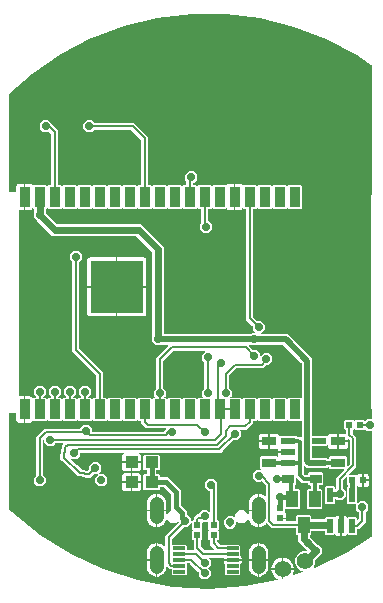
<source format=gbr>
G04 EAGLE Gerber RS-274X export*
G75*
%MOMM*%
%FSLAX34Y34*%
%LPD*%
%INBottom Copper*%
%IPPOS*%
%AMOC8*
5,1,8,0,0,1.08239X$1,22.5*%
G01*
%ADD10C,1.158000*%
%ADD11R,0.600000X0.540000*%
%ADD12R,0.900000X1.700000*%
%ADD13R,4.500000X4.500000*%
%ADD14R,1.000000X0.300000*%
%ADD15R,1.200000X0.550000*%
%ADD16R,1.200000X0.800000*%
%ADD17R,1.100000X1.000000*%
%ADD18R,1.000000X0.800000*%
%ADD19R,1.000000X1.400000*%
%ADD20R,0.550000X1.200000*%
%ADD21R,0.540000X0.600000*%
%ADD22C,1.400000*%
%ADD23C,0.706400*%
%ADD24C,0.200000*%
%ADD25C,0.152400*%
%ADD26C,0.406400*%
%ADD27C,0.508000*%
%ADD28C,0.304800*%
%ADD29C,0.609600*%

G36*
X322904Y112311D02*
X322904Y112311D01*
X322966Y112313D01*
X322988Y112325D01*
X323014Y112330D01*
X323085Y112378D01*
X323118Y112396D01*
X323124Y112404D01*
X323134Y112411D01*
X324786Y114063D01*
X324826Y114128D01*
X324870Y114190D01*
X324872Y114202D01*
X324877Y114210D01*
X324881Y114247D01*
X324897Y114332D01*
X324897Y134588D01*
X324884Y134644D01*
X324884Y134657D01*
X324879Y134665D01*
X324867Y134737D01*
X324860Y134747D01*
X324858Y134757D01*
X324834Y134786D01*
X324786Y134857D01*
X324150Y135493D01*
X324128Y135507D01*
X324112Y135527D01*
X324055Y135552D01*
X324003Y135584D01*
X323977Y135587D01*
X323953Y135597D01*
X323892Y135595D01*
X323830Y135601D01*
X323806Y135592D01*
X323780Y135591D01*
X323726Y135561D01*
X323668Y135539D01*
X323651Y135520D01*
X323628Y135508D01*
X323593Y135458D01*
X323551Y135412D01*
X323543Y135387D01*
X323528Y135366D01*
X323512Y135282D01*
X323501Y135246D01*
X323503Y135236D01*
X323501Y135224D01*
X323501Y134221D01*
X315721Y134221D01*
X315721Y140001D01*
X321295Y140001D01*
X321369Y139981D01*
X321382Y139980D01*
X321395Y139975D01*
X321468Y139978D01*
X321542Y139975D01*
X321554Y139981D01*
X321568Y139981D01*
X321632Y140017D01*
X321699Y140047D01*
X321708Y140058D01*
X321720Y140064D01*
X321762Y140124D01*
X321809Y140182D01*
X321812Y140195D01*
X321820Y140206D01*
X321847Y140348D01*
X321847Y142415D01*
X321836Y142465D01*
X321834Y142516D01*
X321816Y142548D01*
X321808Y142584D01*
X321775Y142623D01*
X321751Y142668D01*
X321721Y142689D01*
X321698Y142717D01*
X321651Y142738D01*
X321609Y142768D01*
X321567Y142776D01*
X321539Y142788D01*
X321509Y142787D01*
X321467Y142795D01*
X321278Y142795D01*
X320385Y143688D01*
X320385Y150952D01*
X321278Y151845D01*
X327942Y151845D01*
X328661Y151125D01*
X328704Y151098D01*
X328742Y151064D01*
X328777Y151053D01*
X328808Y151034D01*
X328859Y151029D01*
X328908Y151014D01*
X328944Y151021D01*
X328981Y151017D01*
X329028Y151035D01*
X329079Y151044D01*
X329114Y151068D01*
X329143Y151079D01*
X329164Y151101D01*
X329199Y151125D01*
X329918Y151845D01*
X336582Y151845D01*
X337524Y150903D01*
X337567Y150876D01*
X337604Y150841D01*
X337640Y150831D01*
X337671Y150811D01*
X337722Y150806D01*
X337771Y150792D01*
X337807Y150798D01*
X337843Y150795D01*
X337891Y150813D01*
X337941Y150822D01*
X337977Y150845D01*
X338005Y150856D01*
X338026Y150879D01*
X338061Y150903D01*
X339535Y152377D01*
X342900Y152377D01*
X342950Y152388D01*
X343001Y152390D01*
X343033Y152408D01*
X343069Y152416D01*
X343108Y152449D01*
X343153Y152473D01*
X343174Y152503D01*
X343202Y152526D01*
X343223Y152573D01*
X343253Y152615D01*
X343261Y152657D01*
X343273Y152685D01*
X343272Y152715D01*
X343280Y152757D01*
X343280Y160655D01*
X343263Y160729D01*
X343250Y160804D01*
X343243Y160814D01*
X343241Y160824D01*
X343217Y160853D01*
X343169Y160924D01*
X342677Y161416D01*
X342677Y341504D01*
X343169Y341996D01*
X343209Y342061D01*
X343253Y342123D01*
X343255Y342135D01*
X343260Y342143D01*
X343264Y342180D01*
X343280Y342265D01*
X343280Y451573D01*
X343275Y451596D01*
X343277Y451620D01*
X343255Y451679D01*
X343241Y451742D01*
X343226Y451760D01*
X343217Y451782D01*
X343153Y451848D01*
X343131Y451875D01*
X343123Y451879D01*
X343116Y451886D01*
X330633Y460507D01*
X330614Y460514D01*
X330594Y460530D01*
X304783Y474101D01*
X304764Y474106D01*
X304742Y474120D01*
X277489Y484495D01*
X277469Y484498D01*
X277445Y484509D01*
X249144Y491537D01*
X249123Y491537D01*
X249099Y491546D01*
X220158Y495126D01*
X220138Y495124D01*
X220113Y495129D01*
X190952Y495210D01*
X190932Y495205D01*
X190906Y495207D01*
X161946Y491787D01*
X161927Y491780D01*
X161901Y491779D01*
X133561Y484907D01*
X133543Y484898D01*
X133517Y484894D01*
X106207Y474670D01*
X106190Y474659D01*
X106166Y474652D01*
X80280Y461224D01*
X80265Y461210D01*
X80241Y461200D01*
X56154Y444762D01*
X56141Y444747D01*
X56118Y444734D01*
X36580Y427626D01*
X36579Y427624D01*
X36577Y427624D01*
X36557Y427595D01*
X36538Y427580D01*
X36525Y427549D01*
X36479Y427485D01*
X36478Y427483D01*
X36477Y427482D01*
X36450Y427340D01*
X36450Y344773D01*
X36461Y344723D01*
X36463Y344672D01*
X36481Y344640D01*
X36489Y344604D01*
X36522Y344565D01*
X36546Y344520D01*
X36576Y344499D01*
X36599Y344471D01*
X36646Y344450D01*
X36688Y344420D01*
X36730Y344412D01*
X36758Y344400D01*
X36788Y344401D01*
X36830Y344393D01*
X42109Y344393D01*
X42159Y344404D01*
X42210Y344406D01*
X42242Y344424D01*
X42278Y344432D01*
X42317Y344465D01*
X42362Y344489D01*
X42383Y344519D01*
X42411Y344542D01*
X42432Y344589D01*
X42462Y344631D01*
X42470Y344673D01*
X42482Y344701D01*
X42481Y344731D01*
X42489Y344773D01*
X42489Y349195D01*
X42662Y349841D01*
X42997Y350420D01*
X43470Y350893D01*
X44049Y351228D01*
X44695Y351401D01*
X48769Y351401D01*
X48769Y340741D01*
X48780Y340691D01*
X48782Y340640D01*
X48800Y340608D01*
X48808Y340572D01*
X48841Y340533D01*
X48865Y340488D01*
X48895Y340467D01*
X48918Y340439D01*
X48965Y340418D01*
X49007Y340388D01*
X49049Y340380D01*
X49077Y340368D01*
X49107Y340369D01*
X49149Y340361D01*
X49911Y340361D01*
X49961Y340372D01*
X50012Y340374D01*
X50044Y340392D01*
X50080Y340400D01*
X50119Y340433D01*
X50164Y340457D01*
X50185Y340487D01*
X50213Y340511D01*
X50234Y340557D01*
X50264Y340599D01*
X50272Y340641D01*
X50284Y340669D01*
X50283Y340699D01*
X50291Y340741D01*
X50291Y351401D01*
X54365Y351401D01*
X55011Y351228D01*
X55590Y350893D01*
X56063Y350420D01*
X56207Y350170D01*
X56216Y350161D01*
X56221Y350148D01*
X56275Y350098D01*
X56326Y350044D01*
X56339Y350039D01*
X56348Y350030D01*
X56419Y350009D01*
X56488Y349983D01*
X56502Y349985D01*
X56515Y349981D01*
X56587Y349994D01*
X56660Y350001D01*
X56672Y350008D01*
X56685Y350011D01*
X56805Y350092D01*
X57098Y350385D01*
X67362Y350385D01*
X68311Y349435D01*
X68354Y349408D01*
X68392Y349374D01*
X68427Y349363D01*
X68458Y349344D01*
X68509Y349339D01*
X68558Y349324D01*
X68594Y349331D01*
X68631Y349327D01*
X68678Y349345D01*
X68729Y349354D01*
X68764Y349378D01*
X68793Y349389D01*
X68814Y349411D01*
X68849Y349435D01*
X69798Y350385D01*
X71549Y350385D01*
X71599Y350396D01*
X71650Y350398D01*
X71682Y350416D01*
X71718Y350424D01*
X71757Y350457D01*
X71802Y350481D01*
X71823Y350511D01*
X71851Y350534D01*
X71872Y350581D01*
X71902Y350623D01*
X71910Y350665D01*
X71922Y350693D01*
X71921Y350723D01*
X71929Y350765D01*
X71929Y393570D01*
X71912Y393644D01*
X71899Y393718D01*
X71892Y393728D01*
X71890Y393738D01*
X71866Y393767D01*
X71818Y393838D01*
X70303Y395354D01*
X70259Y395381D01*
X70222Y395415D01*
X70187Y395426D01*
X70156Y395445D01*
X70105Y395450D01*
X70056Y395464D01*
X70020Y395458D01*
X69983Y395462D01*
X69935Y395443D01*
X69885Y395435D01*
X69850Y395411D01*
X69821Y395400D01*
X69800Y395377D01*
X69765Y395354D01*
X69405Y394993D01*
X65215Y394993D01*
X62253Y397955D01*
X62253Y402145D01*
X65215Y405107D01*
X69405Y405107D01*
X72367Y402145D01*
X72367Y401934D01*
X72384Y401860D01*
X72397Y401786D01*
X72404Y401776D01*
X72406Y401766D01*
X72430Y401737D01*
X72478Y401666D01*
X77931Y396213D01*
X77931Y350765D01*
X77942Y350715D01*
X77944Y350664D01*
X77962Y350632D01*
X77970Y350596D01*
X78003Y350557D01*
X78027Y350512D01*
X78057Y350491D01*
X78080Y350463D01*
X78127Y350442D01*
X78169Y350412D01*
X78211Y350404D01*
X78239Y350392D01*
X78269Y350393D01*
X78311Y350385D01*
X80062Y350385D01*
X81011Y349435D01*
X81054Y349408D01*
X81092Y349374D01*
X81127Y349363D01*
X81158Y349344D01*
X81209Y349339D01*
X81258Y349324D01*
X81294Y349331D01*
X81331Y349327D01*
X81378Y349345D01*
X81429Y349354D01*
X81464Y349378D01*
X81493Y349389D01*
X81514Y349411D01*
X81549Y349435D01*
X82498Y350385D01*
X92762Y350385D01*
X93711Y349435D01*
X93754Y349408D01*
X93792Y349374D01*
X93827Y349363D01*
X93858Y349344D01*
X93909Y349339D01*
X93958Y349324D01*
X93994Y349331D01*
X94031Y349327D01*
X94078Y349345D01*
X94129Y349354D01*
X94164Y349378D01*
X94193Y349389D01*
X94214Y349411D01*
X94249Y349435D01*
X95198Y350385D01*
X105462Y350385D01*
X106411Y349435D01*
X106454Y349408D01*
X106492Y349374D01*
X106527Y349363D01*
X106558Y349344D01*
X106609Y349339D01*
X106658Y349324D01*
X106694Y349331D01*
X106731Y349327D01*
X106778Y349345D01*
X106829Y349354D01*
X106864Y349378D01*
X106893Y349389D01*
X106914Y349411D01*
X106949Y349435D01*
X107898Y350385D01*
X118162Y350385D01*
X119111Y349435D01*
X119154Y349408D01*
X119192Y349374D01*
X119227Y349363D01*
X119258Y349344D01*
X119309Y349339D01*
X119358Y349324D01*
X119394Y349331D01*
X119431Y349327D01*
X119478Y349345D01*
X119529Y349354D01*
X119564Y349378D01*
X119593Y349389D01*
X119614Y349411D01*
X119649Y349435D01*
X120598Y350385D01*
X130862Y350385D01*
X131811Y349435D01*
X131854Y349408D01*
X131892Y349374D01*
X131927Y349363D01*
X131958Y349344D01*
X132009Y349339D01*
X132058Y349324D01*
X132094Y349331D01*
X132131Y349327D01*
X132178Y349345D01*
X132229Y349354D01*
X132264Y349378D01*
X132293Y349389D01*
X132314Y349411D01*
X132349Y349435D01*
X133298Y350385D01*
X143562Y350385D01*
X144511Y349435D01*
X144554Y349408D01*
X144592Y349374D01*
X144627Y349363D01*
X144658Y349344D01*
X144709Y349339D01*
X144758Y349324D01*
X144794Y349331D01*
X144831Y349327D01*
X144878Y349345D01*
X144929Y349354D01*
X144964Y349378D01*
X144993Y349389D01*
X145014Y349411D01*
X145049Y349435D01*
X145998Y350385D01*
X147749Y350385D01*
X147799Y350396D01*
X147850Y350398D01*
X147882Y350416D01*
X147918Y350424D01*
X147957Y350457D01*
X148002Y350481D01*
X148023Y350511D01*
X148051Y350534D01*
X148072Y350581D01*
X148102Y350623D01*
X148110Y350665D01*
X148122Y350693D01*
X148121Y350723D01*
X148129Y350765D01*
X148129Y388490D01*
X148112Y388564D01*
X148099Y388638D01*
X148092Y388648D01*
X148090Y388658D01*
X148066Y388687D01*
X148018Y388758D01*
X139838Y396938D01*
X139774Y396978D01*
X139712Y397022D01*
X139700Y397024D01*
X139691Y397029D01*
X139654Y397033D01*
X139570Y397049D01*
X108448Y397049D01*
X108374Y397032D01*
X108299Y397019D01*
X108289Y397012D01*
X108279Y397010D01*
X108251Y396986D01*
X108179Y396938D01*
X106235Y394993D01*
X102045Y394993D01*
X99083Y397955D01*
X99083Y402145D01*
X102045Y405107D01*
X106235Y405107D01*
X108179Y403162D01*
X108244Y403122D01*
X108306Y403078D01*
X108318Y403076D01*
X108326Y403071D01*
X108363Y403067D01*
X108448Y403051D01*
X142213Y403051D01*
X154131Y391133D01*
X154131Y350765D01*
X154142Y350715D01*
X154144Y350664D01*
X154162Y350632D01*
X154170Y350596D01*
X154203Y350557D01*
X154227Y350512D01*
X154257Y350491D01*
X154280Y350463D01*
X154327Y350442D01*
X154369Y350412D01*
X154411Y350404D01*
X154439Y350392D01*
X154469Y350393D01*
X154511Y350385D01*
X156262Y350385D01*
X157211Y349435D01*
X157254Y349408D01*
X157292Y349374D01*
X157327Y349363D01*
X157358Y349344D01*
X157409Y349339D01*
X157458Y349324D01*
X157494Y349331D01*
X157531Y349327D01*
X157578Y349345D01*
X157629Y349354D01*
X157664Y349378D01*
X157693Y349389D01*
X157714Y349411D01*
X157749Y349435D01*
X158698Y350385D01*
X168962Y350385D01*
X169911Y349435D01*
X169954Y349408D01*
X169992Y349374D01*
X170027Y349363D01*
X170058Y349344D01*
X170109Y349339D01*
X170158Y349324D01*
X170194Y349331D01*
X170231Y349327D01*
X170278Y349345D01*
X170329Y349354D01*
X170364Y349378D01*
X170393Y349389D01*
X170414Y349411D01*
X170449Y349435D01*
X171398Y350385D01*
X181662Y350385D01*
X182611Y349435D01*
X182654Y349408D01*
X182692Y349374D01*
X182727Y349363D01*
X182758Y349344D01*
X182809Y349339D01*
X182858Y349324D01*
X182894Y349331D01*
X182931Y349327D01*
X182978Y349345D01*
X183029Y349354D01*
X183064Y349378D01*
X183093Y349389D01*
X183114Y349411D01*
X183149Y349435D01*
X184098Y350385D01*
X185849Y350385D01*
X185899Y350396D01*
X185950Y350398D01*
X185982Y350416D01*
X186018Y350424D01*
X186057Y350457D01*
X186102Y350481D01*
X186123Y350511D01*
X186151Y350534D01*
X186172Y350581D01*
X186202Y350623D01*
X186210Y350665D01*
X186222Y350693D01*
X186221Y350723D01*
X186229Y350765D01*
X186229Y353832D01*
X186212Y353906D01*
X186199Y353981D01*
X186192Y353991D01*
X186190Y354001D01*
X186166Y354029D01*
X186118Y354101D01*
X185443Y354775D01*
X185443Y358965D01*
X188405Y361927D01*
X192595Y361927D01*
X195557Y358965D01*
X195557Y354775D01*
X192590Y351808D01*
X192561Y351802D01*
X192510Y351800D01*
X192478Y351782D01*
X192442Y351774D01*
X192403Y351741D01*
X192358Y351717D01*
X192337Y351687D01*
X192309Y351664D01*
X192288Y351617D01*
X192258Y351575D01*
X192250Y351533D01*
X192238Y351505D01*
X192239Y351475D01*
X192231Y351433D01*
X192231Y350765D01*
X192242Y350715D01*
X192244Y350664D01*
X192262Y350632D01*
X192270Y350596D01*
X192303Y350557D01*
X192327Y350512D01*
X192357Y350491D01*
X192380Y350463D01*
X192427Y350442D01*
X192469Y350412D01*
X192511Y350404D01*
X192539Y350392D01*
X192569Y350393D01*
X192611Y350385D01*
X194362Y350385D01*
X195311Y349435D01*
X195354Y349408D01*
X195392Y349374D01*
X195427Y349363D01*
X195458Y349344D01*
X195509Y349339D01*
X195558Y349324D01*
X195594Y349331D01*
X195631Y349327D01*
X195678Y349345D01*
X195729Y349354D01*
X195764Y349378D01*
X195793Y349389D01*
X195814Y349411D01*
X195849Y349435D01*
X196798Y350385D01*
X207062Y350385D01*
X208011Y349435D01*
X208054Y349408D01*
X208092Y349374D01*
X208127Y349363D01*
X208158Y349344D01*
X208209Y349339D01*
X208258Y349324D01*
X208294Y349331D01*
X208331Y349327D01*
X208378Y349345D01*
X208429Y349354D01*
X208464Y349378D01*
X208493Y349389D01*
X208514Y349411D01*
X208549Y349435D01*
X209498Y350385D01*
X219762Y350385D01*
X220055Y350092D01*
X220066Y350085D01*
X220074Y350073D01*
X220139Y350039D01*
X220202Y350000D01*
X220215Y349999D01*
X220227Y349993D01*
X220301Y349991D01*
X220374Y349984D01*
X220387Y349989D01*
X220401Y349988D01*
X220467Y350019D01*
X220536Y350045D01*
X220545Y350055D01*
X220558Y350061D01*
X220653Y350170D01*
X220797Y350420D01*
X221270Y350893D01*
X221849Y351228D01*
X222495Y351401D01*
X226569Y351401D01*
X226569Y340741D01*
X226580Y340691D01*
X226582Y340640D01*
X226600Y340608D01*
X226608Y340572D01*
X226641Y340533D01*
X226665Y340488D01*
X226695Y340467D01*
X226718Y340439D01*
X226765Y340418D01*
X226807Y340388D01*
X226849Y340380D01*
X226877Y340368D01*
X226907Y340369D01*
X226949Y340361D01*
X227711Y340361D01*
X227761Y340372D01*
X227812Y340374D01*
X227844Y340392D01*
X227880Y340400D01*
X227919Y340433D01*
X227964Y340457D01*
X227985Y340487D01*
X228013Y340511D01*
X228034Y340557D01*
X228064Y340599D01*
X228072Y340641D01*
X228084Y340669D01*
X228083Y340699D01*
X228091Y340741D01*
X228091Y351401D01*
X232165Y351401D01*
X232811Y351228D01*
X233390Y350893D01*
X233863Y350420D01*
X234007Y350170D01*
X234016Y350161D01*
X234021Y350148D01*
X234075Y350098D01*
X234126Y350044D01*
X234139Y350039D01*
X234148Y350030D01*
X234219Y350009D01*
X234288Y349983D01*
X234302Y349985D01*
X234315Y349981D01*
X234387Y349994D01*
X234460Y350001D01*
X234472Y350008D01*
X234485Y350011D01*
X234605Y350092D01*
X234898Y350385D01*
X245162Y350385D01*
X246111Y349435D01*
X246154Y349408D01*
X246192Y349374D01*
X246227Y349363D01*
X246258Y349344D01*
X246309Y349339D01*
X246358Y349324D01*
X246394Y349331D01*
X246431Y349327D01*
X246478Y349345D01*
X246529Y349354D01*
X246564Y349378D01*
X246593Y349389D01*
X246614Y349411D01*
X246649Y349435D01*
X247598Y350385D01*
X257862Y350385D01*
X258811Y349435D01*
X258854Y349408D01*
X258892Y349374D01*
X258927Y349363D01*
X258958Y349344D01*
X259009Y349339D01*
X259058Y349324D01*
X259094Y349331D01*
X259131Y349327D01*
X259178Y349345D01*
X259229Y349354D01*
X259264Y349378D01*
X259293Y349389D01*
X259314Y349411D01*
X259349Y349435D01*
X260298Y350385D01*
X270562Y350385D01*
X271511Y349435D01*
X271554Y349408D01*
X271592Y349374D01*
X271627Y349363D01*
X271658Y349344D01*
X271709Y349339D01*
X271758Y349324D01*
X271794Y349331D01*
X271831Y349327D01*
X271878Y349345D01*
X271929Y349354D01*
X271964Y349378D01*
X271993Y349389D01*
X272014Y349411D01*
X272049Y349435D01*
X272998Y350385D01*
X283262Y350385D01*
X284155Y349492D01*
X284155Y331228D01*
X283262Y330335D01*
X272998Y330335D01*
X272049Y331285D01*
X272006Y331312D01*
X271968Y331346D01*
X271933Y331357D01*
X271902Y331376D01*
X271851Y331381D01*
X271802Y331396D01*
X271766Y331389D01*
X271729Y331393D01*
X271682Y331375D01*
X271631Y331366D01*
X271596Y331342D01*
X271567Y331331D01*
X271546Y331309D01*
X271511Y331285D01*
X270562Y330335D01*
X260298Y330335D01*
X259349Y331285D01*
X259306Y331312D01*
X259268Y331346D01*
X259233Y331357D01*
X259202Y331376D01*
X259151Y331381D01*
X259102Y331396D01*
X259066Y331389D01*
X259029Y331393D01*
X258982Y331375D01*
X258931Y331366D01*
X258896Y331342D01*
X258867Y331331D01*
X258846Y331309D01*
X258811Y331285D01*
X257862Y330335D01*
X247598Y330335D01*
X246649Y331285D01*
X246606Y331312D01*
X246568Y331346D01*
X246533Y331357D01*
X246502Y331376D01*
X246451Y331381D01*
X246402Y331396D01*
X246366Y331389D01*
X246329Y331393D01*
X246282Y331375D01*
X246231Y331366D01*
X246196Y331342D01*
X246167Y331331D01*
X246146Y331309D01*
X246111Y331285D01*
X245162Y330335D01*
X243411Y330335D01*
X243361Y330324D01*
X243310Y330322D01*
X243278Y330304D01*
X243242Y330296D01*
X243203Y330263D01*
X243158Y330239D01*
X243137Y330209D01*
X243109Y330186D01*
X243088Y330139D01*
X243058Y330097D01*
X243050Y330055D01*
X243038Y330027D01*
X243039Y329997D01*
X243031Y329955D01*
X243031Y238890D01*
X243048Y238816D01*
X243061Y238742D01*
X243068Y238732D01*
X243070Y238722D01*
X243094Y238693D01*
X243142Y238622D01*
X246726Y235038D01*
X246790Y234998D01*
X246852Y234954D01*
X246864Y234952D01*
X246873Y234947D01*
X246910Y234943D01*
X246994Y234927D01*
X249745Y234927D01*
X252707Y231965D01*
X252707Y227775D01*
X249831Y224900D01*
X249818Y224878D01*
X249798Y224862D01*
X249772Y224805D01*
X249740Y224753D01*
X249737Y224727D01*
X249727Y224703D01*
X249729Y224642D01*
X249723Y224580D01*
X249732Y224556D01*
X249733Y224530D01*
X249763Y224476D01*
X249785Y224418D01*
X249804Y224401D01*
X249816Y224378D01*
X249867Y224343D01*
X249912Y224301D01*
X249937Y224293D01*
X249958Y224278D01*
X250042Y224262D01*
X250078Y224251D01*
X250088Y224253D01*
X250100Y224251D01*
X272391Y224251D01*
X293155Y203487D01*
X293155Y138615D01*
X293166Y138565D01*
X293168Y138514D01*
X293186Y138482D01*
X293194Y138446D01*
X293227Y138407D01*
X293251Y138362D01*
X293281Y138341D01*
X293304Y138313D01*
X293351Y138292D01*
X293393Y138262D01*
X293435Y138254D01*
X293463Y138242D01*
X293493Y138243D01*
X293535Y138235D01*
X305383Y138235D01*
X305828Y137790D01*
X305881Y137757D01*
X305930Y137717D01*
X305954Y137711D01*
X305975Y137698D01*
X306037Y137692D01*
X306099Y137678D01*
X306123Y137684D01*
X306147Y137682D01*
X306206Y137704D01*
X306267Y137719D01*
X306286Y137735D01*
X306309Y137743D01*
X306352Y137790D01*
X306400Y137830D01*
X306412Y137855D01*
X306427Y137871D01*
X306437Y137907D01*
X306464Y137960D01*
X306592Y138441D01*
X306927Y139020D01*
X307400Y139493D01*
X307979Y139828D01*
X308625Y140001D01*
X314199Y140001D01*
X314199Y133841D01*
X314210Y133791D01*
X314212Y133740D01*
X314230Y133708D01*
X314238Y133672D01*
X314271Y133633D01*
X314295Y133588D01*
X314325Y133567D01*
X314348Y133539D01*
X314395Y133518D01*
X314437Y133488D01*
X314479Y133480D01*
X314507Y133468D01*
X314537Y133469D01*
X314579Y133461D01*
X314961Y133461D01*
X314961Y133459D01*
X314579Y133459D01*
X314529Y133448D01*
X314478Y133446D01*
X314446Y133428D01*
X314410Y133420D01*
X314371Y133387D01*
X314326Y133363D01*
X314305Y133333D01*
X314277Y133309D01*
X314256Y133263D01*
X314226Y133221D01*
X314218Y133179D01*
X314206Y133151D01*
X314207Y133121D01*
X314199Y133079D01*
X314199Y126919D01*
X308625Y126919D01*
X307979Y127092D01*
X307400Y127427D01*
X306927Y127900D01*
X306592Y128479D01*
X306419Y129125D01*
X306419Y129804D01*
X306413Y129829D01*
X306416Y129855D01*
X306394Y129913D01*
X306380Y129973D01*
X306363Y129993D01*
X306354Y130017D01*
X306309Y130059D01*
X306270Y130106D01*
X306246Y130117D01*
X306227Y130134D01*
X306168Y130152D01*
X306111Y130177D01*
X306086Y130176D01*
X306061Y130184D01*
X306000Y130173D01*
X305938Y130171D01*
X305916Y130158D01*
X305890Y130154D01*
X305819Y130106D01*
X305786Y130088D01*
X305780Y130080D01*
X305770Y130073D01*
X305383Y129685D01*
X293535Y129685D01*
X293485Y129674D01*
X293434Y129672D01*
X293402Y129654D01*
X293366Y129646D01*
X293327Y129613D01*
X293282Y129589D01*
X293261Y129559D01*
X293233Y129536D01*
X293212Y129489D01*
X293182Y129447D01*
X293174Y129405D01*
X293162Y129377D01*
X293163Y129347D01*
X293155Y129305D01*
X293155Y119881D01*
X293166Y119831D01*
X293168Y119780D01*
X293186Y119748D01*
X293194Y119712D01*
X293227Y119673D01*
X293251Y119628D01*
X293281Y119607D01*
X293304Y119579D01*
X293351Y119558D01*
X293393Y119528D01*
X293435Y119520D01*
X293463Y119508D01*
X293493Y119509D01*
X293535Y119501D01*
X300632Y119501D01*
X300786Y119346D01*
X300851Y119306D01*
X300913Y119262D01*
X300925Y119260D01*
X300934Y119255D01*
X300971Y119251D01*
X301055Y119235D01*
X305383Y119235D01*
X306021Y118596D01*
X306086Y118556D01*
X306148Y118512D01*
X306160Y118510D01*
X306168Y118505D01*
X306205Y118501D01*
X306290Y118485D01*
X307055Y118485D01*
X307105Y118496D01*
X307156Y118498D01*
X307188Y118516D01*
X307224Y118524D01*
X307263Y118557D01*
X307308Y118581D01*
X307329Y118611D01*
X307357Y118634D01*
X307378Y118681D01*
X307408Y118723D01*
X307416Y118765D01*
X307428Y118793D01*
X307427Y118823D01*
X307435Y118865D01*
X307435Y120092D01*
X308328Y120985D01*
X321592Y120985D01*
X322485Y120092D01*
X322485Y112680D01*
X322491Y112655D01*
X322488Y112629D01*
X322510Y112571D01*
X322524Y112511D01*
X322541Y112491D01*
X322550Y112467D01*
X322595Y112425D01*
X322634Y112377D01*
X322658Y112367D01*
X322677Y112349D01*
X322736Y112332D01*
X322793Y112307D01*
X322818Y112308D01*
X322843Y112300D01*
X322904Y112311D01*
G37*
G36*
X205947Y8698D02*
X205947Y8698D01*
X205974Y8695D01*
X236437Y10776D01*
X236457Y10783D01*
X236484Y10783D01*
X263648Y16109D01*
X263705Y16135D01*
X263766Y16154D01*
X263783Y16170D01*
X263806Y16180D01*
X263846Y16229D01*
X263892Y16273D01*
X263900Y16295D01*
X263916Y16314D01*
X263930Y16376D01*
X263952Y16435D01*
X263949Y16459D01*
X263955Y16483D01*
X263940Y16544D01*
X263934Y16607D01*
X263920Y16628D01*
X263915Y16652D01*
X263875Y16700D01*
X263841Y16754D01*
X263818Y16769D01*
X263804Y16785D01*
X263770Y16800D01*
X263720Y16834D01*
X263451Y16945D01*
X261888Y17989D01*
X260559Y19318D01*
X259515Y20881D01*
X258796Y22617D01*
X258429Y24460D01*
X258429Y24639D01*
X267209Y24639D01*
X267209Y17433D01*
X267214Y17409D01*
X267212Y17384D01*
X267222Y17358D01*
X267222Y17339D01*
X267237Y17312D01*
X267248Y17264D01*
X267264Y17245D01*
X267272Y17222D01*
X267300Y17196D01*
X267305Y17187D01*
X267322Y17175D01*
X267358Y17130D01*
X267381Y17120D01*
X267399Y17103D01*
X267442Y17090D01*
X267447Y17087D01*
X267462Y17084D01*
X267517Y17059D01*
X267541Y17060D01*
X267565Y17053D01*
X267654Y17065D01*
X267690Y17066D01*
X267698Y17070D01*
X267708Y17072D01*
X268470Y17323D01*
X268536Y17363D01*
X268604Y17400D01*
X268610Y17408D01*
X268618Y17414D01*
X268659Y17479D01*
X268704Y17542D01*
X268706Y17553D01*
X268710Y17560D01*
X268714Y17596D01*
X268731Y17684D01*
X268731Y24639D01*
X277511Y24639D01*
X277511Y24460D01*
X277414Y23976D01*
X277188Y22836D01*
X277188Y22835D01*
X277144Y22617D01*
X276425Y20881D01*
X276242Y20606D01*
X276224Y20561D01*
X276198Y20519D01*
X276194Y20480D01*
X276181Y20444D01*
X276186Y20396D01*
X276180Y20347D01*
X276194Y20310D01*
X276198Y20272D01*
X276224Y20230D01*
X276241Y20184D01*
X276269Y20158D01*
X276290Y20125D01*
X276332Y20099D01*
X276367Y20066D01*
X276405Y20055D01*
X276438Y20034D01*
X276486Y20030D01*
X276533Y20016D01*
X276578Y20021D01*
X276610Y20018D01*
X276637Y20029D01*
X276677Y20034D01*
X284803Y22718D01*
X284837Y22739D01*
X284875Y22750D01*
X284910Y22783D01*
X284951Y22808D01*
X284972Y22842D01*
X285001Y22869D01*
X285017Y22914D01*
X285043Y22955D01*
X285047Y22995D01*
X285061Y23032D01*
X285056Y23079D01*
X285061Y23127D01*
X285047Y23165D01*
X285043Y23204D01*
X285017Y23245D01*
X285000Y23290D01*
X284971Y23317D01*
X284950Y23350D01*
X284901Y23383D01*
X284874Y23408D01*
X284853Y23415D01*
X284829Y23430D01*
X282191Y24523D01*
X279793Y26921D01*
X278495Y30054D01*
X278495Y33446D01*
X279793Y36579D01*
X282191Y38977D01*
X285324Y40275D01*
X288217Y40275D01*
X288242Y40281D01*
X288268Y40278D01*
X288326Y40300D01*
X288386Y40314D01*
X288406Y40331D01*
X288430Y40340D01*
X288472Y40385D01*
X288520Y40424D01*
X288530Y40448D01*
X288548Y40467D01*
X288565Y40526D01*
X288591Y40583D01*
X288590Y40608D01*
X288597Y40633D01*
X288586Y40694D01*
X288584Y40756D01*
X288572Y40778D01*
X288567Y40804D01*
X288519Y40875D01*
X288501Y40908D01*
X288493Y40914D01*
X288486Y40924D01*
X287588Y41822D01*
X287558Y41840D01*
X284415Y44983D01*
X284392Y45018D01*
X280701Y48709D01*
X280701Y53755D01*
X280690Y53805D01*
X280688Y53856D01*
X280670Y53888D01*
X280662Y53924D01*
X280629Y53963D01*
X280605Y54008D01*
X280575Y54029D01*
X280552Y54057D01*
X280505Y54078D01*
X280463Y54108D01*
X280421Y54116D01*
X280393Y54128D01*
X280363Y54127D01*
X280321Y54135D01*
X280118Y54135D01*
X279225Y55028D01*
X279225Y59465D01*
X279214Y59515D01*
X279212Y59566D01*
X279194Y59598D01*
X279186Y59634D01*
X279153Y59673D01*
X279129Y59718D01*
X279099Y59739D01*
X279076Y59767D01*
X279029Y59788D01*
X278987Y59818D01*
X278945Y59826D01*
X278917Y59838D01*
X278887Y59837D01*
X278845Y59845D01*
X258872Y59845D01*
X257002Y61714D01*
X254812Y63905D01*
X254811Y63906D01*
X254810Y63907D01*
X254737Y63951D01*
X254664Y63997D01*
X254663Y63997D01*
X254579Y64005D01*
X254492Y64013D01*
X254491Y64013D01*
X254490Y64013D01*
X254410Y63982D01*
X254330Y63952D01*
X254329Y63951D01*
X254227Y63848D01*
X254141Y63719D01*
X252980Y62559D01*
X251616Y61647D01*
X250100Y61019D01*
X248491Y60699D01*
X248431Y60699D01*
X248431Y74439D01*
X248420Y74489D01*
X248418Y74540D01*
X248400Y74572D01*
X248392Y74608D01*
X248359Y74647D01*
X248335Y74692D01*
X248305Y74713D01*
X248282Y74741D01*
X248235Y74762D01*
X248193Y74791D01*
X248151Y74800D01*
X248123Y74812D01*
X248093Y74811D01*
X248051Y74819D01*
X247669Y74819D01*
X247669Y74821D01*
X248051Y74821D01*
X248101Y74833D01*
X248152Y74834D01*
X248184Y74852D01*
X248220Y74860D01*
X248259Y74893D01*
X248304Y74917D01*
X248325Y74947D01*
X248353Y74971D01*
X248374Y75017D01*
X248404Y75059D01*
X248412Y75101D01*
X248424Y75129D01*
X248423Y75159D01*
X248424Y75165D01*
X248431Y75201D01*
X248431Y88941D01*
X248491Y88941D01*
X250100Y88621D01*
X251616Y87993D01*
X252980Y87081D01*
X253184Y86877D01*
X253206Y86864D01*
X253222Y86844D01*
X253279Y86818D01*
X253331Y86786D01*
X253357Y86783D01*
X253381Y86773D01*
X253442Y86775D01*
X253504Y86769D01*
X253528Y86778D01*
X253554Y86779D01*
X253608Y86809D01*
X253666Y86831D01*
X253683Y86850D01*
X253706Y86862D01*
X253741Y86913D01*
X253783Y86958D01*
X253791Y86983D01*
X253806Y87004D01*
X253822Y87088D01*
X253833Y87124D01*
X253831Y87134D01*
X253833Y87146D01*
X253833Y96096D01*
X253816Y96170D01*
X253803Y96244D01*
X253796Y96254D01*
X253794Y96264D01*
X253770Y96293D01*
X253722Y96364D01*
X250643Y99444D01*
X250599Y99471D01*
X250562Y99505D01*
X250527Y99516D01*
X250495Y99535D01*
X250445Y99540D01*
X250396Y99554D01*
X250360Y99548D01*
X250323Y99552D01*
X250275Y99533D01*
X250225Y99525D01*
X250190Y99501D01*
X250161Y99490D01*
X250140Y99468D01*
X250105Y99444D01*
X249745Y99083D01*
X245555Y99083D01*
X242593Y102045D01*
X242593Y106235D01*
X245555Y109197D01*
X249729Y109197D01*
X249754Y109203D01*
X249780Y109200D01*
X249838Y109222D01*
X249898Y109236D01*
X249918Y109253D01*
X249942Y109262D01*
X249984Y109307D01*
X250031Y109346D01*
X250042Y109370D01*
X250059Y109389D01*
X250077Y109448D01*
X250102Y109505D01*
X250101Y109530D01*
X250109Y109555D01*
X250098Y109616D01*
X250096Y109678D01*
X250083Y109700D01*
X250079Y109726D01*
X250031Y109797D01*
X250013Y109830D01*
X250005Y109836D01*
X249998Y109846D01*
X249015Y110828D01*
X249015Y120092D01*
X249908Y120985D01*
X263172Y120985D01*
X263727Y120429D01*
X263791Y120389D01*
X263852Y120346D01*
X263864Y120344D01*
X263875Y120338D01*
X263949Y120330D01*
X264023Y120319D01*
X264035Y120322D01*
X264047Y120321D01*
X264117Y120348D01*
X264188Y120370D01*
X264197Y120378D01*
X264209Y120383D01*
X264260Y120438D01*
X264314Y120489D01*
X264318Y120501D01*
X264327Y120510D01*
X264348Y120582D01*
X264374Y120652D01*
X264373Y120665D01*
X264376Y120676D01*
X264369Y120713D01*
X264363Y120796D01*
X264208Y121375D01*
X264208Y123699D01*
X272368Y123699D01*
X272418Y123710D01*
X272469Y123712D01*
X272501Y123730D01*
X272537Y123738D01*
X272576Y123771D01*
X272621Y123795D01*
X272642Y123825D01*
X272670Y123848D01*
X272691Y123895D01*
X272721Y123937D01*
X272729Y123979D01*
X272741Y124007D01*
X272740Y124037D01*
X272748Y124079D01*
X272748Y124841D01*
X272737Y124891D01*
X272735Y124942D01*
X272717Y124974D01*
X272709Y125010D01*
X272676Y125049D01*
X272652Y125094D01*
X272622Y125115D01*
X272598Y125143D01*
X272552Y125164D01*
X272510Y125194D01*
X272468Y125202D01*
X272440Y125214D01*
X272410Y125213D01*
X272368Y125221D01*
X264208Y125221D01*
X264208Y126831D01*
X264194Y126892D01*
X264188Y126955D01*
X264174Y126976D01*
X264169Y127000D01*
X264129Y127048D01*
X264095Y127101D01*
X264074Y127114D01*
X264059Y127133D01*
X264001Y127159D01*
X263947Y127192D01*
X263923Y127194D01*
X263900Y127204D01*
X263838Y127202D01*
X263775Y127207D01*
X263749Y127198D01*
X263727Y127197D01*
X263694Y127180D01*
X263638Y127160D01*
X263521Y127092D01*
X262875Y126919D01*
X257301Y126919D01*
X257301Y133079D01*
X257290Y133129D01*
X257288Y133180D01*
X257270Y133212D01*
X257262Y133248D01*
X257229Y133287D01*
X257205Y133332D01*
X257175Y133353D01*
X257151Y133381D01*
X257105Y133402D01*
X257063Y133432D01*
X257021Y133440D01*
X256993Y133452D01*
X256963Y133451D01*
X256921Y133459D01*
X256539Y133459D01*
X256539Y133461D01*
X256921Y133461D01*
X256971Y133472D01*
X257022Y133474D01*
X257054Y133492D01*
X257090Y133500D01*
X257129Y133533D01*
X257174Y133557D01*
X257195Y133587D01*
X257223Y133611D01*
X257244Y133657D01*
X257274Y133699D01*
X257282Y133741D01*
X257294Y133769D01*
X257293Y133799D01*
X257301Y133841D01*
X257301Y140001D01*
X262875Y140001D01*
X263521Y139828D01*
X264100Y139493D01*
X264573Y139020D01*
X264908Y138441D01*
X265036Y137960D01*
X265066Y137905D01*
X265088Y137846D01*
X265106Y137829D01*
X265118Y137807D01*
X265169Y137771D01*
X265216Y137728D01*
X265239Y137721D01*
X265259Y137707D01*
X265321Y137697D01*
X265382Y137679D01*
X265406Y137683D01*
X265430Y137679D01*
X265490Y137698D01*
X265552Y137709D01*
X265575Y137724D01*
X265596Y137731D01*
X265623Y137756D01*
X265672Y137790D01*
X266117Y138235D01*
X279381Y138235D01*
X280019Y137596D01*
X280084Y137556D01*
X280146Y137512D01*
X280158Y137510D01*
X280166Y137505D01*
X280203Y137501D01*
X280288Y137485D01*
X282790Y137485D01*
X283424Y136851D01*
X283446Y136837D01*
X283462Y136817D01*
X283519Y136792D01*
X283571Y136759D01*
X283597Y136757D01*
X283621Y136746D01*
X283682Y136749D01*
X283744Y136743D01*
X283768Y136752D01*
X283794Y136753D01*
X283848Y136782D01*
X283906Y136804D01*
X283923Y136823D01*
X283946Y136836D01*
X283981Y136886D01*
X284023Y136931D01*
X284031Y136956D01*
X284046Y136977D01*
X284062Y137062D01*
X284073Y137098D01*
X284071Y137107D01*
X284073Y137119D01*
X284073Y150229D01*
X284067Y150254D01*
X284070Y150280D01*
X284048Y150338D01*
X284034Y150398D01*
X284017Y150418D01*
X284008Y150442D01*
X283963Y150484D01*
X283924Y150531D01*
X283900Y150542D01*
X283881Y150559D01*
X283822Y150577D01*
X283765Y150602D01*
X283740Y150601D01*
X283715Y150609D01*
X283654Y150598D01*
X283592Y150596D01*
X283570Y150583D01*
X283544Y150579D01*
X283473Y150531D01*
X283440Y150513D01*
X283434Y150505D01*
X283424Y150498D01*
X283262Y150335D01*
X272998Y150335D01*
X272049Y151285D01*
X272006Y151312D01*
X271968Y151346D01*
X271933Y151357D01*
X271902Y151376D01*
X271851Y151381D01*
X271802Y151396D01*
X271766Y151389D01*
X271729Y151393D01*
X271682Y151375D01*
X271631Y151366D01*
X271596Y151342D01*
X271567Y151331D01*
X271546Y151309D01*
X271511Y151285D01*
X270562Y150335D01*
X260298Y150335D01*
X259349Y151285D01*
X259306Y151312D01*
X259268Y151346D01*
X259233Y151357D01*
X259202Y151376D01*
X259151Y151381D01*
X259102Y151396D01*
X259066Y151389D01*
X259029Y151393D01*
X258982Y151375D01*
X258931Y151366D01*
X258896Y151342D01*
X258867Y151331D01*
X258846Y151309D01*
X258811Y151285D01*
X257862Y150335D01*
X247598Y150335D01*
X246649Y151285D01*
X246606Y151312D01*
X246568Y151346D01*
X246533Y151357D01*
X246502Y151376D01*
X246451Y151381D01*
X246402Y151396D01*
X246366Y151389D01*
X246329Y151393D01*
X246282Y151375D01*
X246231Y151366D01*
X246196Y151342D01*
X246167Y151331D01*
X246146Y151309D01*
X246111Y151285D01*
X245162Y150335D01*
X243411Y150335D01*
X243361Y150324D01*
X243310Y150322D01*
X243278Y150304D01*
X243242Y150296D01*
X243203Y150263D01*
X243158Y150239D01*
X243137Y150209D01*
X243109Y150186D01*
X243088Y150139D01*
X243058Y150097D01*
X243050Y150055D01*
X243038Y150027D01*
X243039Y149997D01*
X243031Y149955D01*
X243031Y148617D01*
X237463Y143049D01*
X232050Y143049D01*
X232025Y143043D01*
X231999Y143046D01*
X231941Y143024D01*
X231881Y143010D01*
X231861Y142993D01*
X231837Y142984D01*
X231795Y142939D01*
X231748Y142900D01*
X231737Y142876D01*
X231720Y142857D01*
X231702Y142798D01*
X231677Y142741D01*
X231678Y142716D01*
X231670Y142691D01*
X231681Y142630D01*
X231683Y142568D01*
X231696Y142546D01*
X231700Y142520D01*
X231748Y142449D01*
X231766Y142416D01*
X231774Y142410D01*
X231781Y142400D01*
X232387Y141795D01*
X232387Y137605D01*
X229425Y134643D01*
X226674Y134643D01*
X226600Y134626D01*
X226526Y134613D01*
X226515Y134606D01*
X226506Y134604D01*
X226477Y134580D01*
X226406Y134532D01*
X217362Y125488D01*
X215493Y123619D01*
X146809Y123619D01*
X146736Y123602D01*
X146662Y123590D01*
X146652Y123583D01*
X146640Y123580D01*
X146583Y123532D01*
X146522Y123488D01*
X146516Y123477D01*
X146507Y123470D01*
X146476Y123401D01*
X146441Y123335D01*
X146441Y123323D01*
X146436Y123311D01*
X146439Y123237D01*
X146437Y123162D01*
X146442Y123151D01*
X146442Y123138D01*
X146478Y123072D01*
X146510Y123005D01*
X146520Y122996D01*
X146525Y122986D01*
X146556Y122964D01*
X146619Y122910D01*
X147150Y122603D01*
X147623Y122130D01*
X147958Y121551D01*
X148131Y120905D01*
X148131Y116331D01*
X140471Y116331D01*
X140421Y116320D01*
X140370Y116318D01*
X140338Y116300D01*
X140302Y116292D01*
X140263Y116259D01*
X140218Y116235D01*
X140197Y116205D01*
X140169Y116181D01*
X140148Y116135D01*
X140118Y116093D01*
X140110Y116051D01*
X140098Y116023D01*
X140099Y115999D01*
X140098Y115997D01*
X140098Y115988D01*
X140091Y115951D01*
X140091Y115569D01*
X140089Y115569D01*
X140089Y115951D01*
X140078Y116001D01*
X140076Y116052D01*
X140058Y116084D01*
X140050Y116120D01*
X140017Y116159D01*
X139993Y116204D01*
X139963Y116225D01*
X139939Y116253D01*
X139893Y116274D01*
X139851Y116304D01*
X139809Y116312D01*
X139781Y116324D01*
X139751Y116323D01*
X139709Y116331D01*
X132049Y116331D01*
X132049Y120905D01*
X132222Y121551D01*
X132557Y122130D01*
X133030Y122603D01*
X133561Y122910D01*
X133616Y122961D01*
X133673Y123008D01*
X133678Y123020D01*
X133687Y123028D01*
X133714Y123098D01*
X133744Y123167D01*
X133744Y123179D01*
X133748Y123191D01*
X133740Y123265D01*
X133738Y123340D01*
X133732Y123351D01*
X133730Y123363D01*
X133691Y123426D01*
X133655Y123492D01*
X133645Y123499D01*
X133638Y123510D01*
X133574Y123549D01*
X133513Y123592D01*
X133500Y123594D01*
X133490Y123600D01*
X133453Y123603D01*
X133371Y123619D01*
X96877Y123619D01*
X96827Y123608D01*
X96776Y123606D01*
X96744Y123588D01*
X96708Y123580D01*
X96669Y123547D01*
X96624Y123523D01*
X96603Y123493D01*
X96575Y123470D01*
X96554Y123423D01*
X96524Y123381D01*
X96516Y123339D01*
X96504Y123311D01*
X96505Y123281D01*
X96497Y123239D01*
X96497Y121095D01*
X93535Y118133D01*
X89366Y118133D01*
X89332Y118125D01*
X89297Y118127D01*
X89249Y118106D01*
X89197Y118094D01*
X89170Y118072D01*
X89138Y118058D01*
X89104Y118017D01*
X89063Y117984D01*
X89049Y117952D01*
X89027Y117925D01*
X89014Y117874D01*
X88993Y117825D01*
X88994Y117791D01*
X88986Y117757D01*
X88997Y117705D01*
X88999Y117652D01*
X89016Y117622D01*
X89023Y117588D01*
X89063Y117534D01*
X89082Y117500D01*
X89096Y117490D01*
X89110Y117472D01*
X97802Y109570D01*
X97834Y109552D01*
X97859Y109527D01*
X97920Y109504D01*
X97953Y109486D01*
X97972Y109485D01*
X97995Y109476D01*
X102917Y108656D01*
X102938Y108657D01*
X102958Y108651D01*
X103024Y108663D01*
X103090Y108667D01*
X103108Y108678D01*
X103128Y108681D01*
X103214Y108739D01*
X103240Y108754D01*
X103243Y108758D01*
X103248Y108762D01*
X104052Y109566D01*
X104073Y109599D01*
X104085Y109610D01*
X104099Y109640D01*
X104136Y109692D01*
X104138Y109704D01*
X104143Y109713D01*
X104146Y109746D01*
X104156Y109768D01*
X104155Y109794D01*
X104163Y109834D01*
X104163Y112585D01*
X107125Y115547D01*
X111315Y115547D01*
X114277Y112585D01*
X114277Y108395D01*
X111917Y106036D01*
X111904Y106014D01*
X111884Y105998D01*
X111858Y105941D01*
X111826Y105889D01*
X111823Y105863D01*
X111813Y105839D01*
X111815Y105778D01*
X111809Y105716D01*
X111818Y105692D01*
X111819Y105666D01*
X111849Y105612D01*
X111871Y105554D01*
X111890Y105537D01*
X111902Y105514D01*
X111953Y105479D01*
X111998Y105437D01*
X112023Y105429D01*
X112044Y105414D01*
X112128Y105398D01*
X112164Y105387D01*
X112174Y105389D01*
X112186Y105387D01*
X116395Y105387D01*
X119357Y102425D01*
X119357Y98235D01*
X116395Y95273D01*
X112205Y95273D01*
X109243Y98235D01*
X109243Y102425D01*
X111603Y104784D01*
X111616Y104806D01*
X111636Y104822D01*
X111662Y104879D01*
X111694Y104931D01*
X111697Y104957D01*
X111707Y104981D01*
X111705Y105042D01*
X111711Y105104D01*
X111702Y105128D01*
X111701Y105154D01*
X111671Y105208D01*
X111649Y105266D01*
X111630Y105283D01*
X111618Y105306D01*
X111567Y105341D01*
X111522Y105383D01*
X111497Y105391D01*
X111476Y105406D01*
X111392Y105422D01*
X111356Y105433D01*
X111346Y105431D01*
X111334Y105433D01*
X108564Y105433D01*
X108490Y105416D01*
X108416Y105403D01*
X108406Y105396D01*
X108396Y105394D01*
X108367Y105370D01*
X108296Y105322D01*
X107028Y104054D01*
X107004Y104016D01*
X106972Y103984D01*
X106955Y103936D01*
X106937Y103907D01*
X106934Y103881D01*
X106922Y103848D01*
X106896Y103691D01*
X106112Y103131D01*
X106094Y103111D01*
X106064Y103090D01*
X105383Y102409D01*
X105223Y102409D01*
X105179Y102399D01*
X105134Y102399D01*
X105088Y102378D01*
X105055Y102370D01*
X105035Y102353D01*
X105002Y102338D01*
X104873Y102246D01*
X103923Y102404D01*
X103896Y102402D01*
X103860Y102409D01*
X102897Y102409D01*
X102784Y102522D01*
X102746Y102546D01*
X102714Y102578D01*
X102666Y102595D01*
X102637Y102613D01*
X102611Y102616D01*
X102578Y102628D01*
X96383Y103661D01*
X96350Y103659D01*
X96302Y103665D01*
X95421Y103624D01*
X95238Y103790D01*
X95206Y103808D01*
X95181Y103833D01*
X95120Y103856D01*
X95087Y103874D01*
X95068Y103875D01*
X95045Y103884D01*
X94801Y103924D01*
X94288Y104642D01*
X94263Y104664D01*
X94234Y104703D01*
X81300Y116461D01*
X81264Y116481D01*
X81235Y116509D01*
X81180Y116528D01*
X81148Y116545D01*
X81126Y116547D01*
X81098Y116556D01*
X80895Y116585D01*
X80342Y117322D01*
X80319Y117342D01*
X80294Y117376D01*
X79612Y117996D01*
X79602Y118200D01*
X79591Y118239D01*
X79590Y118280D01*
X79565Y118331D01*
X79555Y118367D01*
X79539Y118384D01*
X79526Y118410D01*
X79404Y118574D01*
X79534Y119486D01*
X79531Y119517D01*
X79537Y119558D01*
X79494Y120479D01*
X79631Y120630D01*
X79635Y120636D01*
X79635Y120637D01*
X79637Y120641D01*
X79651Y120666D01*
X79679Y120695D01*
X79698Y120750D01*
X79715Y120782D01*
X79717Y120804D01*
X79726Y120832D01*
X80815Y128456D01*
X80813Y128480D01*
X80819Y128510D01*
X80819Y129513D01*
X80901Y129595D01*
X80927Y129637D01*
X80961Y129673D01*
X80976Y129715D01*
X80993Y129742D01*
X80995Y129771D01*
X81009Y129810D01*
X81025Y129925D01*
X81827Y130526D01*
X81842Y130544D01*
X81868Y130562D01*
X82276Y130970D01*
X82290Y130992D01*
X82310Y131008D01*
X82335Y131065D01*
X82368Y131117D01*
X82370Y131143D01*
X82381Y131167D01*
X82379Y131228D01*
X82384Y131290D01*
X82375Y131314D01*
X82374Y131340D01*
X82345Y131394D01*
X82323Y131452D01*
X82304Y131469D01*
X82292Y131492D01*
X82241Y131527D01*
X82196Y131569D01*
X82171Y131577D01*
X82150Y131592D01*
X82065Y131608D01*
X82030Y131619D01*
X82020Y131617D01*
X82008Y131619D01*
X75428Y131619D01*
X75354Y131602D01*
X75279Y131589D01*
X75269Y131582D01*
X75259Y131580D01*
X75231Y131556D01*
X75159Y131508D01*
X73215Y129563D01*
X69025Y129563D01*
X66063Y132525D01*
X66063Y134562D01*
X66057Y134587D01*
X66060Y134612D01*
X66050Y134637D01*
X66050Y134657D01*
X66034Y134686D01*
X66024Y134730D01*
X66007Y134750D01*
X65998Y134774D01*
X65974Y134797D01*
X65967Y134809D01*
X65947Y134823D01*
X65914Y134864D01*
X65890Y134875D01*
X65871Y134892D01*
X65834Y134903D01*
X65825Y134909D01*
X65804Y134913D01*
X65755Y134935D01*
X65730Y134934D01*
X65705Y134941D01*
X65679Y134937D01*
X65678Y134937D01*
X65675Y134936D01*
X65644Y134931D01*
X65582Y134928D01*
X65560Y134916D01*
X65534Y134912D01*
X65515Y134899D01*
X65509Y134897D01*
X65492Y134883D01*
X65463Y134863D01*
X65430Y134846D01*
X65424Y134837D01*
X65414Y134830D01*
X65342Y134758D01*
X65302Y134694D01*
X65258Y134632D01*
X65256Y134620D01*
X65251Y134611D01*
X65247Y134574D01*
X65231Y134490D01*
X65231Y104638D01*
X65248Y104564D01*
X65261Y104489D01*
X65268Y104479D01*
X65270Y104469D01*
X65294Y104441D01*
X65342Y104369D01*
X67287Y102425D01*
X67287Y98235D01*
X64325Y95273D01*
X60135Y95273D01*
X57173Y98235D01*
X57173Y102425D01*
X59118Y104369D01*
X59158Y104434D01*
X59202Y104496D01*
X59204Y104508D01*
X59209Y104516D01*
X59213Y104553D01*
X59229Y104638D01*
X59229Y137133D01*
X66067Y143971D01*
X96163Y143971D01*
X96213Y143982D01*
X96264Y143984D01*
X96296Y144002D01*
X96332Y144010D01*
X96371Y144043D01*
X96416Y144067D01*
X96437Y144097D01*
X96465Y144120D01*
X96486Y144167D01*
X96516Y144209D01*
X96524Y144251D01*
X96536Y144279D01*
X96535Y144309D01*
X96539Y144331D01*
X99505Y147297D01*
X103695Y147297D01*
X106657Y144335D01*
X106657Y142001D01*
X106668Y141951D01*
X106670Y141900D01*
X106688Y141868D01*
X106696Y141832D01*
X106729Y141793D01*
X106753Y141748D01*
X106783Y141727D01*
X106806Y141699D01*
X106853Y141678D01*
X106895Y141648D01*
X106937Y141640D01*
X106965Y141628D01*
X106995Y141629D01*
X107037Y141621D01*
X167510Y141621D01*
X167584Y141638D01*
X167658Y141651D01*
X167668Y141658D01*
X167678Y141660D01*
X167707Y141684D01*
X167778Y141732D01*
X168822Y142776D01*
X168862Y142840D01*
X168906Y142902D01*
X168908Y142914D01*
X168913Y142923D01*
X168917Y142960D01*
X168933Y143044D01*
X168933Y143065D01*
X169539Y143670D01*
X169552Y143692D01*
X169572Y143708D01*
X169598Y143765D01*
X169630Y143817D01*
X169633Y143843D01*
X169643Y143867D01*
X169641Y143928D01*
X169647Y143990D01*
X169638Y144014D01*
X169637Y144040D01*
X169607Y144094D01*
X169585Y144152D01*
X169566Y144169D01*
X169554Y144192D01*
X169503Y144227D01*
X169458Y144269D01*
X169433Y144277D01*
X169412Y144292D01*
X169328Y144308D01*
X169292Y144319D01*
X169282Y144317D01*
X169270Y144319D01*
X152427Y144319D01*
X148129Y148617D01*
X148129Y149955D01*
X148118Y150005D01*
X148116Y150056D01*
X148098Y150088D01*
X148090Y150124D01*
X148057Y150163D01*
X148033Y150208D01*
X148003Y150229D01*
X147980Y150257D01*
X147933Y150278D01*
X147891Y150308D01*
X147849Y150316D01*
X147821Y150328D01*
X147791Y150327D01*
X147749Y150335D01*
X145998Y150335D01*
X145049Y151285D01*
X145006Y151312D01*
X144968Y151346D01*
X144933Y151357D01*
X144902Y151376D01*
X144851Y151381D01*
X144802Y151396D01*
X144766Y151389D01*
X144729Y151393D01*
X144682Y151375D01*
X144631Y151366D01*
X144596Y151342D01*
X144567Y151331D01*
X144546Y151309D01*
X144511Y151285D01*
X143562Y150335D01*
X133298Y150335D01*
X132349Y151285D01*
X132306Y151312D01*
X132268Y151346D01*
X132233Y151357D01*
X132202Y151376D01*
X132151Y151381D01*
X132102Y151396D01*
X132066Y151389D01*
X132029Y151393D01*
X131982Y151375D01*
X131931Y151366D01*
X131896Y151342D01*
X131867Y151331D01*
X131846Y151309D01*
X131811Y151285D01*
X130862Y150335D01*
X120598Y150335D01*
X119649Y151285D01*
X119606Y151312D01*
X119568Y151346D01*
X119533Y151357D01*
X119502Y151376D01*
X119451Y151381D01*
X119402Y151396D01*
X119366Y151389D01*
X119329Y151393D01*
X119282Y151375D01*
X119231Y151366D01*
X119196Y151342D01*
X119167Y151331D01*
X119146Y151309D01*
X119111Y151285D01*
X118162Y150335D01*
X107898Y150335D01*
X106949Y151285D01*
X106906Y151312D01*
X106868Y151346D01*
X106833Y151357D01*
X106802Y151376D01*
X106751Y151381D01*
X106702Y151396D01*
X106666Y151389D01*
X106629Y151393D01*
X106582Y151375D01*
X106531Y151366D01*
X106496Y151342D01*
X106467Y151331D01*
X106446Y151309D01*
X106411Y151285D01*
X105462Y150335D01*
X95198Y150335D01*
X94249Y151285D01*
X94206Y151312D01*
X94168Y151346D01*
X94133Y151357D01*
X94102Y151376D01*
X94051Y151381D01*
X94002Y151396D01*
X93966Y151389D01*
X93929Y151393D01*
X93882Y151375D01*
X93831Y151366D01*
X93796Y151342D01*
X93767Y151331D01*
X93746Y151309D01*
X93711Y151285D01*
X92762Y150335D01*
X82498Y150335D01*
X81549Y151285D01*
X81506Y151312D01*
X81468Y151346D01*
X81433Y151357D01*
X81402Y151376D01*
X81351Y151381D01*
X81302Y151396D01*
X81266Y151389D01*
X81229Y151393D01*
X81182Y151375D01*
X81131Y151366D01*
X81096Y151342D01*
X81067Y151331D01*
X81046Y151309D01*
X81011Y151285D01*
X80062Y150335D01*
X69798Y150335D01*
X68849Y151285D01*
X68806Y151312D01*
X68768Y151346D01*
X68733Y151357D01*
X68702Y151376D01*
X68651Y151381D01*
X68602Y151396D01*
X68566Y151389D01*
X68529Y151393D01*
X68482Y151375D01*
X68431Y151366D01*
X68396Y151342D01*
X68367Y151331D01*
X68346Y151309D01*
X68311Y151285D01*
X67362Y150335D01*
X57098Y150335D01*
X56805Y150628D01*
X56794Y150635D01*
X56786Y150647D01*
X56721Y150681D01*
X56658Y150720D01*
X56645Y150721D01*
X56633Y150727D01*
X56559Y150729D01*
X56486Y150736D01*
X56473Y150731D01*
X56459Y150732D01*
X56393Y150701D01*
X56324Y150675D01*
X56315Y150665D01*
X56302Y150659D01*
X56207Y150550D01*
X56063Y150300D01*
X55590Y149827D01*
X55011Y149492D01*
X54365Y149319D01*
X50291Y149319D01*
X50291Y159979D01*
X50280Y160029D01*
X50278Y160080D01*
X50260Y160112D01*
X50252Y160148D01*
X50219Y160187D01*
X50195Y160232D01*
X50165Y160253D01*
X50141Y160281D01*
X50095Y160302D01*
X50053Y160332D01*
X50011Y160340D01*
X49983Y160352D01*
X49953Y160351D01*
X49911Y160359D01*
X49149Y160359D01*
X49099Y160348D01*
X49048Y160346D01*
X49016Y160328D01*
X48980Y160320D01*
X48941Y160287D01*
X48896Y160263D01*
X48875Y160233D01*
X48847Y160209D01*
X48826Y160163D01*
X48796Y160121D01*
X48788Y160079D01*
X48776Y160051D01*
X48777Y160021D01*
X48769Y159979D01*
X48769Y149319D01*
X44695Y149319D01*
X44049Y149492D01*
X43470Y149827D01*
X42997Y150300D01*
X42662Y150879D01*
X42489Y151525D01*
X42489Y156877D01*
X42478Y156927D01*
X42476Y156978D01*
X42458Y157010D01*
X42450Y157046D01*
X42417Y157085D01*
X42393Y157130D01*
X42363Y157151D01*
X42340Y157179D01*
X42293Y157200D01*
X42251Y157230D01*
X42209Y157238D01*
X42181Y157250D01*
X42151Y157249D01*
X42109Y157257D01*
X36830Y157257D01*
X36780Y157246D01*
X36729Y157244D01*
X36697Y157226D01*
X36661Y157218D01*
X36622Y157185D01*
X36577Y157161D01*
X36556Y157131D01*
X36528Y157108D01*
X36507Y157061D01*
X36477Y157019D01*
X36469Y156977D01*
X36457Y156949D01*
X36458Y156919D01*
X36450Y156877D01*
X36450Y76279D01*
X36466Y76209D01*
X36477Y76138D01*
X36486Y76124D01*
X36489Y76110D01*
X36514Y76080D01*
X36555Y76016D01*
X38802Y73658D01*
X38819Y73647D01*
X38837Y73626D01*
X62499Y54329D01*
X62518Y54319D01*
X62538Y54301D01*
X88428Y38115D01*
X88448Y38108D01*
X88470Y38092D01*
X116182Y25271D01*
X116202Y25267D01*
X116226Y25254D01*
X145323Y15999D01*
X145344Y15997D01*
X145369Y15987D01*
X175396Y10444D01*
X175417Y10445D01*
X175443Y10439D01*
X205927Y8694D01*
X205947Y8698D01*
G37*
G36*
X49961Y160372D02*
X49961Y160372D01*
X50012Y160374D01*
X50044Y160392D01*
X50080Y160400D01*
X50119Y160433D01*
X50164Y160457D01*
X50185Y160487D01*
X50213Y160511D01*
X50234Y160557D01*
X50264Y160599D01*
X50272Y160641D01*
X50284Y160669D01*
X50283Y160699D01*
X50291Y160741D01*
X50291Y171401D01*
X54365Y171401D01*
X55011Y171228D01*
X55590Y170893D01*
X56063Y170420D01*
X56207Y170170D01*
X56216Y170161D01*
X56221Y170148D01*
X56275Y170098D01*
X56326Y170044D01*
X56339Y170039D01*
X56348Y170030D01*
X56419Y170009D01*
X56488Y169983D01*
X56502Y169985D01*
X56515Y169981D01*
X56587Y169994D01*
X56660Y170001D01*
X56672Y170008D01*
X56685Y170011D01*
X56805Y170092D01*
X57098Y170385D01*
X58849Y170385D01*
X58899Y170396D01*
X58950Y170398D01*
X58982Y170416D01*
X59018Y170424D01*
X59057Y170457D01*
X59102Y170481D01*
X59123Y170511D01*
X59151Y170534D01*
X59172Y170581D01*
X59202Y170623D01*
X59210Y170665D01*
X59222Y170693D01*
X59221Y170723D01*
X59229Y170765D01*
X59229Y170952D01*
X59212Y171026D01*
X59199Y171101D01*
X59192Y171111D01*
X59190Y171121D01*
X59166Y171149D01*
X59118Y171221D01*
X57173Y173165D01*
X57173Y177355D01*
X60135Y180317D01*
X64325Y180317D01*
X67287Y177355D01*
X67287Y173165D01*
X65342Y171221D01*
X65302Y171156D01*
X65258Y171094D01*
X65256Y171082D01*
X65251Y171074D01*
X65247Y171037D01*
X65231Y170952D01*
X65231Y170765D01*
X65242Y170715D01*
X65244Y170664D01*
X65262Y170632D01*
X65270Y170596D01*
X65303Y170557D01*
X65327Y170512D01*
X65357Y170491D01*
X65380Y170463D01*
X65427Y170442D01*
X65469Y170412D01*
X65511Y170404D01*
X65539Y170392D01*
X65569Y170393D01*
X65611Y170385D01*
X67362Y170385D01*
X68311Y169435D01*
X68354Y169408D01*
X68392Y169374D01*
X68427Y169363D01*
X68458Y169344D01*
X68509Y169339D01*
X68558Y169324D01*
X68594Y169331D01*
X68631Y169327D01*
X68678Y169345D01*
X68729Y169354D01*
X68764Y169378D01*
X68793Y169389D01*
X68814Y169411D01*
X68849Y169435D01*
X69798Y170385D01*
X71549Y170385D01*
X71599Y170396D01*
X71650Y170398D01*
X71682Y170416D01*
X71718Y170424D01*
X71757Y170457D01*
X71802Y170481D01*
X71823Y170511D01*
X71851Y170534D01*
X71872Y170581D01*
X71902Y170623D01*
X71910Y170665D01*
X71922Y170693D01*
X71921Y170723D01*
X71929Y170765D01*
X71929Y170952D01*
X71912Y171026D01*
X71899Y171101D01*
X71892Y171111D01*
X71890Y171121D01*
X71866Y171149D01*
X71818Y171221D01*
X69873Y173165D01*
X69873Y177355D01*
X72835Y180317D01*
X77025Y180317D01*
X79987Y177355D01*
X79987Y173165D01*
X78042Y171221D01*
X78002Y171156D01*
X77958Y171094D01*
X77956Y171082D01*
X77951Y171074D01*
X77947Y171037D01*
X77931Y170952D01*
X77931Y170765D01*
X77942Y170715D01*
X77944Y170664D01*
X77962Y170632D01*
X77970Y170596D01*
X78003Y170557D01*
X78027Y170512D01*
X78057Y170491D01*
X78080Y170463D01*
X78127Y170442D01*
X78169Y170412D01*
X78211Y170404D01*
X78239Y170392D01*
X78269Y170393D01*
X78311Y170385D01*
X80062Y170385D01*
X81011Y169435D01*
X81054Y169408D01*
X81092Y169374D01*
X81127Y169363D01*
X81158Y169344D01*
X81209Y169339D01*
X81258Y169324D01*
X81294Y169331D01*
X81331Y169327D01*
X81378Y169345D01*
X81429Y169354D01*
X81464Y169378D01*
X81493Y169389D01*
X81514Y169411D01*
X81549Y169435D01*
X82498Y170385D01*
X84249Y170385D01*
X84299Y170396D01*
X84350Y170398D01*
X84382Y170416D01*
X84418Y170424D01*
X84457Y170457D01*
X84502Y170481D01*
X84523Y170511D01*
X84551Y170534D01*
X84572Y170581D01*
X84602Y170623D01*
X84610Y170665D01*
X84622Y170693D01*
X84621Y170723D01*
X84629Y170765D01*
X84629Y170952D01*
X84612Y171026D01*
X84599Y171101D01*
X84592Y171111D01*
X84590Y171121D01*
X84566Y171149D01*
X84518Y171221D01*
X82573Y173165D01*
X82573Y177355D01*
X85535Y180317D01*
X89725Y180317D01*
X92687Y177355D01*
X92687Y173165D01*
X90742Y171221D01*
X90702Y171156D01*
X90658Y171094D01*
X90656Y171082D01*
X90651Y171074D01*
X90647Y171037D01*
X90631Y170952D01*
X90631Y170765D01*
X90642Y170715D01*
X90644Y170664D01*
X90662Y170632D01*
X90670Y170596D01*
X90703Y170557D01*
X90727Y170512D01*
X90757Y170491D01*
X90780Y170463D01*
X90827Y170442D01*
X90869Y170412D01*
X90911Y170404D01*
X90939Y170392D01*
X90969Y170393D01*
X91011Y170385D01*
X92762Y170385D01*
X93711Y169435D01*
X93754Y169408D01*
X93792Y169374D01*
X93827Y169363D01*
X93858Y169344D01*
X93909Y169339D01*
X93958Y169324D01*
X93994Y169331D01*
X94031Y169327D01*
X94078Y169345D01*
X94129Y169354D01*
X94164Y169378D01*
X94193Y169389D01*
X94214Y169411D01*
X94249Y169435D01*
X95198Y170385D01*
X96949Y170385D01*
X96999Y170396D01*
X97050Y170398D01*
X97082Y170416D01*
X97118Y170424D01*
X97157Y170457D01*
X97202Y170481D01*
X97223Y170511D01*
X97251Y170534D01*
X97272Y170581D01*
X97302Y170623D01*
X97310Y170665D01*
X97322Y170693D01*
X97321Y170723D01*
X97329Y170765D01*
X97329Y170952D01*
X97312Y171026D01*
X97299Y171101D01*
X97292Y171111D01*
X97290Y171121D01*
X97266Y171149D01*
X97218Y171221D01*
X95273Y173165D01*
X95273Y177355D01*
X98235Y180317D01*
X102425Y180317D01*
X105387Y177355D01*
X105387Y173165D01*
X103442Y171221D01*
X103402Y171156D01*
X103358Y171094D01*
X103356Y171082D01*
X103351Y171074D01*
X103347Y171037D01*
X103331Y170952D01*
X103331Y170765D01*
X103342Y170715D01*
X103344Y170664D01*
X103362Y170632D01*
X103370Y170596D01*
X103403Y170557D01*
X103427Y170512D01*
X103457Y170491D01*
X103480Y170463D01*
X103527Y170442D01*
X103569Y170412D01*
X103611Y170404D01*
X103639Y170392D01*
X103669Y170393D01*
X103711Y170385D01*
X105462Y170385D01*
X106411Y169435D01*
X106454Y169408D01*
X106492Y169374D01*
X106527Y169363D01*
X106558Y169344D01*
X106609Y169339D01*
X106658Y169324D01*
X106694Y169331D01*
X106731Y169327D01*
X106778Y169345D01*
X106829Y169354D01*
X106864Y169378D01*
X106893Y169389D01*
X106914Y169411D01*
X106949Y169435D01*
X107898Y170385D01*
X109649Y170385D01*
X109699Y170396D01*
X109750Y170398D01*
X109782Y170416D01*
X109818Y170424D01*
X109857Y170457D01*
X109902Y170481D01*
X109923Y170511D01*
X109951Y170534D01*
X109972Y170581D01*
X110002Y170623D01*
X110010Y170665D01*
X110022Y170693D01*
X110021Y170723D01*
X110029Y170765D01*
X110029Y189100D01*
X110012Y189174D01*
X109999Y189248D01*
X109992Y189258D01*
X109990Y189268D01*
X109966Y189297D01*
X109918Y189368D01*
X89709Y209577D01*
X89709Y285252D01*
X89692Y285326D01*
X89679Y285401D01*
X89672Y285411D01*
X89670Y285421D01*
X89646Y285449D01*
X89598Y285521D01*
X87653Y287465D01*
X87653Y291655D01*
X90615Y294617D01*
X94805Y294617D01*
X97767Y291655D01*
X97767Y287465D01*
X95822Y285521D01*
X95782Y285456D01*
X95738Y285394D01*
X95736Y285382D01*
X95731Y285374D01*
X95727Y285337D01*
X95711Y285252D01*
X95711Y212220D01*
X95728Y212146D01*
X95741Y212072D01*
X95748Y212062D01*
X95750Y212052D01*
X95774Y212023D01*
X95822Y211952D01*
X116031Y191743D01*
X116031Y170765D01*
X116042Y170715D01*
X116044Y170664D01*
X116062Y170632D01*
X116070Y170596D01*
X116103Y170557D01*
X116127Y170512D01*
X116157Y170491D01*
X116180Y170463D01*
X116227Y170442D01*
X116269Y170412D01*
X116311Y170404D01*
X116339Y170392D01*
X116369Y170393D01*
X116411Y170385D01*
X118162Y170385D01*
X119111Y169435D01*
X119154Y169408D01*
X119192Y169374D01*
X119227Y169363D01*
X119258Y169344D01*
X119309Y169339D01*
X119358Y169324D01*
X119394Y169331D01*
X119431Y169327D01*
X119478Y169345D01*
X119529Y169354D01*
X119564Y169378D01*
X119593Y169389D01*
X119614Y169411D01*
X119649Y169435D01*
X120598Y170385D01*
X130862Y170385D01*
X131811Y169435D01*
X131854Y169408D01*
X131892Y169374D01*
X131927Y169363D01*
X131958Y169344D01*
X132009Y169339D01*
X132058Y169324D01*
X132094Y169331D01*
X132131Y169327D01*
X132178Y169345D01*
X132229Y169354D01*
X132264Y169378D01*
X132293Y169389D01*
X132314Y169411D01*
X132349Y169435D01*
X133298Y170385D01*
X143562Y170385D01*
X144511Y169435D01*
X144554Y169408D01*
X144592Y169374D01*
X144627Y169363D01*
X144658Y169344D01*
X144709Y169339D01*
X144758Y169324D01*
X144794Y169331D01*
X144831Y169327D01*
X144878Y169345D01*
X144929Y169354D01*
X144964Y169378D01*
X144993Y169389D01*
X145014Y169411D01*
X145049Y169435D01*
X145998Y170385D01*
X156262Y170385D01*
X157211Y169435D01*
X157254Y169408D01*
X157292Y169374D01*
X157327Y169363D01*
X157358Y169344D01*
X157409Y169339D01*
X157458Y169324D01*
X157494Y169331D01*
X157531Y169327D01*
X157578Y169345D01*
X157629Y169354D01*
X157664Y169378D01*
X157693Y169389D01*
X157714Y169411D01*
X157749Y169435D01*
X158698Y170385D01*
X159366Y170385D01*
X159391Y170391D01*
X159417Y170388D01*
X159475Y170410D01*
X159535Y170424D01*
X159555Y170441D01*
X159579Y170450D01*
X159621Y170495D01*
X159668Y170534D01*
X159679Y170558D01*
X159696Y170577D01*
X159714Y170636D01*
X159739Y170693D01*
X159738Y170718D01*
X159746Y170743D01*
X159735Y170804D01*
X159733Y170866D01*
X159720Y170888D01*
X159716Y170914D01*
X159668Y170985D01*
X159650Y171018D01*
X159642Y171024D01*
X159635Y171034D01*
X158773Y171895D01*
X158773Y176085D01*
X160718Y178029D01*
X160729Y178046D01*
X160739Y178055D01*
X160751Y178083D01*
X160758Y178094D01*
X160802Y178156D01*
X160804Y178168D01*
X160809Y178176D01*
X160813Y178213D01*
X160829Y178298D01*
X160829Y203983D01*
X170878Y214032D01*
X171366Y214520D01*
X171380Y214542D01*
X171400Y214558D01*
X171425Y214615D01*
X171458Y214667D01*
X171460Y214693D01*
X171471Y214717D01*
X171469Y214778D01*
X171474Y214840D01*
X171465Y214864D01*
X171464Y214890D01*
X171435Y214944D01*
X171413Y215002D01*
X171394Y215019D01*
X171382Y215042D01*
X171331Y215077D01*
X171286Y215119D01*
X171261Y215127D01*
X171240Y215142D01*
X171155Y215158D01*
X171120Y215169D01*
X171110Y215167D01*
X171098Y215169D01*
X165328Y215169D01*
X165254Y215152D01*
X165179Y215139D01*
X165169Y215132D01*
X165159Y215130D01*
X165131Y215106D01*
X165059Y215058D01*
X164655Y214653D01*
X160465Y214653D01*
X157503Y217615D01*
X157503Y221929D01*
X157511Y221970D01*
X157511Y293661D01*
X157494Y293735D01*
X157481Y293810D01*
X157474Y293820D01*
X157472Y293830D01*
X157448Y293859D01*
X157400Y293930D01*
X144070Y307260D01*
X144006Y307300D01*
X143943Y307344D01*
X143931Y307346D01*
X143923Y307351D01*
X143886Y307355D01*
X143801Y307371D01*
X72839Y307371D01*
X60258Y319952D01*
X60228Y319970D01*
X57173Y323025D01*
X57173Y327339D01*
X57181Y327380D01*
X57181Y330095D01*
X57164Y330169D01*
X57151Y330244D01*
X57144Y330254D01*
X57142Y330264D01*
X57118Y330292D01*
X57070Y330364D01*
X56805Y330628D01*
X56794Y330635D01*
X56786Y330647D01*
X56721Y330681D01*
X56658Y330720D01*
X56645Y330721D01*
X56633Y330727D01*
X56559Y330729D01*
X56486Y330736D01*
X56473Y330731D01*
X56459Y330732D01*
X56393Y330701D01*
X56324Y330675D01*
X56315Y330665D01*
X56302Y330659D01*
X56207Y330550D01*
X56063Y330300D01*
X55590Y329827D01*
X55011Y329492D01*
X54365Y329319D01*
X50291Y329319D01*
X50291Y339979D01*
X50280Y340029D01*
X50278Y340080D01*
X50260Y340112D01*
X50252Y340148D01*
X50219Y340187D01*
X50195Y340232D01*
X50165Y340253D01*
X50141Y340281D01*
X50095Y340302D01*
X50053Y340332D01*
X50011Y340340D01*
X49983Y340352D01*
X49953Y340351D01*
X49911Y340359D01*
X49149Y340359D01*
X49099Y340348D01*
X49048Y340346D01*
X49016Y340328D01*
X48980Y340320D01*
X48941Y340287D01*
X48896Y340263D01*
X48875Y340233D01*
X48847Y340209D01*
X48826Y340163D01*
X48796Y340121D01*
X48788Y340079D01*
X48776Y340051D01*
X48777Y340021D01*
X48769Y339979D01*
X48769Y329319D01*
X45053Y329319D01*
X45003Y329308D01*
X44952Y329306D01*
X44920Y329288D01*
X44884Y329280D01*
X44845Y329247D01*
X44800Y329223D01*
X44779Y329193D01*
X44751Y329170D01*
X44730Y329123D01*
X44700Y329081D01*
X44692Y329039D01*
X44680Y329011D01*
X44681Y328981D01*
X44673Y328939D01*
X44673Y171781D01*
X44684Y171731D01*
X44686Y171680D01*
X44704Y171648D01*
X44712Y171612D01*
X44745Y171573D01*
X44769Y171528D01*
X44799Y171507D01*
X44822Y171479D01*
X44869Y171458D01*
X44911Y171428D01*
X44953Y171420D01*
X44981Y171408D01*
X45011Y171409D01*
X45053Y171401D01*
X48769Y171401D01*
X48769Y160741D01*
X48780Y160691D01*
X48782Y160640D01*
X48800Y160608D01*
X48808Y160572D01*
X48841Y160533D01*
X48865Y160488D01*
X48895Y160467D01*
X48918Y160439D01*
X48965Y160418D01*
X49007Y160388D01*
X49049Y160380D01*
X49077Y160368D01*
X49107Y160369D01*
X49149Y160361D01*
X49911Y160361D01*
X49961Y160372D01*
G37*
G36*
X241146Y224268D02*
X241146Y224268D01*
X241221Y224281D01*
X241231Y224288D01*
X241241Y224290D01*
X241269Y224314D01*
X241341Y224362D01*
X241745Y224767D01*
X244684Y224767D01*
X244709Y224773D01*
X244735Y224770D01*
X244793Y224792D01*
X244853Y224806D01*
X244873Y224823D01*
X244897Y224832D01*
X244939Y224877D01*
X244986Y224916D01*
X244997Y224940D01*
X245014Y224959D01*
X245032Y225018D01*
X245057Y225075D01*
X245056Y225100D01*
X245064Y225125D01*
X245053Y225186D01*
X245051Y225248D01*
X245038Y225270D01*
X245034Y225296D01*
X244986Y225367D01*
X244968Y225400D01*
X244960Y225406D01*
X244953Y225416D01*
X242593Y227775D01*
X242593Y230526D01*
X242576Y230600D01*
X242563Y230674D01*
X242556Y230684D01*
X242554Y230694D01*
X242530Y230723D01*
X242482Y230794D01*
X237029Y236247D01*
X237029Y329955D01*
X237018Y330005D01*
X237016Y330056D01*
X236998Y330088D01*
X236990Y330124D01*
X236957Y330163D01*
X236933Y330208D01*
X236903Y330229D01*
X236880Y330257D01*
X236833Y330278D01*
X236791Y330308D01*
X236749Y330316D01*
X236721Y330328D01*
X236691Y330327D01*
X236649Y330335D01*
X234898Y330335D01*
X234605Y330628D01*
X234594Y330635D01*
X234586Y330647D01*
X234521Y330681D01*
X234458Y330720D01*
X234445Y330721D01*
X234433Y330727D01*
X234359Y330729D01*
X234286Y330736D01*
X234273Y330731D01*
X234259Y330732D01*
X234193Y330701D01*
X234124Y330675D01*
X234115Y330665D01*
X234102Y330659D01*
X234007Y330550D01*
X233863Y330300D01*
X233390Y329827D01*
X232811Y329492D01*
X232165Y329319D01*
X228091Y329319D01*
X228091Y339979D01*
X228080Y340029D01*
X228078Y340080D01*
X228060Y340112D01*
X228052Y340148D01*
X228019Y340187D01*
X227995Y340232D01*
X227965Y340253D01*
X227941Y340281D01*
X227895Y340302D01*
X227853Y340332D01*
X227811Y340340D01*
X227783Y340352D01*
X227753Y340351D01*
X227711Y340359D01*
X226949Y340359D01*
X226899Y340348D01*
X226848Y340346D01*
X226816Y340328D01*
X226780Y340320D01*
X226741Y340287D01*
X226696Y340263D01*
X226675Y340233D01*
X226647Y340209D01*
X226626Y340163D01*
X226596Y340121D01*
X226588Y340079D01*
X226576Y340051D01*
X226577Y340021D01*
X226569Y339979D01*
X226569Y329319D01*
X222495Y329319D01*
X221849Y329492D01*
X221270Y329827D01*
X220797Y330300D01*
X220653Y330550D01*
X220644Y330559D01*
X220639Y330572D01*
X220585Y330622D01*
X220534Y330676D01*
X220521Y330681D01*
X220512Y330690D01*
X220441Y330711D01*
X220372Y330737D01*
X220358Y330735D01*
X220345Y330739D01*
X220273Y330726D01*
X220200Y330719D01*
X220188Y330712D01*
X220175Y330709D01*
X220055Y330628D01*
X219762Y330335D01*
X209498Y330335D01*
X208549Y331285D01*
X208506Y331312D01*
X208468Y331346D01*
X208433Y331357D01*
X208402Y331376D01*
X208351Y331381D01*
X208302Y331396D01*
X208266Y331389D01*
X208229Y331393D01*
X208182Y331375D01*
X208131Y331366D01*
X208096Y331342D01*
X208067Y331331D01*
X208046Y331309D01*
X208011Y331285D01*
X207062Y330335D01*
X205311Y330335D01*
X205261Y330324D01*
X205210Y330322D01*
X205178Y330304D01*
X205142Y330296D01*
X205103Y330263D01*
X205058Y330239D01*
X205037Y330209D01*
X205009Y330186D01*
X204988Y330139D01*
X204958Y330097D01*
X204950Y330055D01*
X204938Y330027D01*
X204939Y329997D01*
X204931Y329955D01*
X204931Y320397D01*
X204942Y320347D01*
X204944Y320296D01*
X204962Y320264D01*
X204970Y320228D01*
X205003Y320189D01*
X205027Y320144D01*
X205057Y320123D01*
X205080Y320095D01*
X205127Y320074D01*
X205169Y320044D01*
X205211Y320036D01*
X205239Y320024D01*
X205269Y320025D01*
X205291Y320021D01*
X208257Y317055D01*
X208257Y312865D01*
X205295Y309903D01*
X201105Y309903D01*
X198143Y312865D01*
X198143Y317055D01*
X198818Y317729D01*
X198858Y317794D01*
X198902Y317856D01*
X198904Y317868D01*
X198909Y317876D01*
X198913Y317913D01*
X198929Y317998D01*
X198929Y329955D01*
X198918Y330005D01*
X198916Y330056D01*
X198898Y330088D01*
X198890Y330124D01*
X198857Y330163D01*
X198833Y330208D01*
X198803Y330229D01*
X198780Y330257D01*
X198733Y330278D01*
X198691Y330308D01*
X198649Y330316D01*
X198621Y330328D01*
X198591Y330327D01*
X198549Y330335D01*
X196798Y330335D01*
X195849Y331285D01*
X195806Y331312D01*
X195768Y331346D01*
X195733Y331357D01*
X195702Y331376D01*
X195651Y331381D01*
X195602Y331396D01*
X195566Y331389D01*
X195529Y331393D01*
X195482Y331375D01*
X195431Y331366D01*
X195396Y331342D01*
X195367Y331331D01*
X195346Y331309D01*
X195311Y331285D01*
X194362Y330335D01*
X184098Y330335D01*
X183149Y331285D01*
X183106Y331312D01*
X183068Y331346D01*
X183033Y331357D01*
X183002Y331376D01*
X182951Y331381D01*
X182902Y331396D01*
X182866Y331389D01*
X182829Y331393D01*
X182782Y331375D01*
X182731Y331366D01*
X182696Y331342D01*
X182667Y331331D01*
X182646Y331309D01*
X182611Y331285D01*
X181662Y330335D01*
X171398Y330335D01*
X170449Y331285D01*
X170406Y331312D01*
X170368Y331346D01*
X170333Y331357D01*
X170302Y331376D01*
X170251Y331381D01*
X170202Y331396D01*
X170166Y331389D01*
X170129Y331393D01*
X170082Y331375D01*
X170031Y331366D01*
X169996Y331342D01*
X169967Y331331D01*
X169946Y331309D01*
X169911Y331285D01*
X168962Y330335D01*
X158698Y330335D01*
X157749Y331285D01*
X157706Y331312D01*
X157668Y331346D01*
X157633Y331357D01*
X157602Y331376D01*
X157551Y331381D01*
X157502Y331396D01*
X157466Y331389D01*
X157429Y331393D01*
X157382Y331375D01*
X157331Y331366D01*
X157296Y331342D01*
X157267Y331331D01*
X157246Y331309D01*
X157211Y331285D01*
X156262Y330335D01*
X145998Y330335D01*
X145049Y331285D01*
X145006Y331312D01*
X144968Y331346D01*
X144933Y331357D01*
X144902Y331376D01*
X144851Y331381D01*
X144802Y331396D01*
X144766Y331389D01*
X144729Y331393D01*
X144682Y331375D01*
X144631Y331366D01*
X144596Y331342D01*
X144567Y331331D01*
X144546Y331309D01*
X144511Y331285D01*
X143562Y330335D01*
X133298Y330335D01*
X132349Y331285D01*
X132306Y331312D01*
X132268Y331346D01*
X132233Y331357D01*
X132202Y331376D01*
X132151Y331381D01*
X132102Y331396D01*
X132066Y331389D01*
X132029Y331393D01*
X131982Y331375D01*
X131931Y331366D01*
X131896Y331342D01*
X131867Y331331D01*
X131846Y331309D01*
X131811Y331285D01*
X130862Y330335D01*
X120598Y330335D01*
X119649Y331285D01*
X119606Y331312D01*
X119568Y331346D01*
X119533Y331357D01*
X119502Y331376D01*
X119451Y331381D01*
X119402Y331396D01*
X119366Y331389D01*
X119329Y331393D01*
X119282Y331375D01*
X119231Y331366D01*
X119196Y331342D01*
X119167Y331331D01*
X119146Y331309D01*
X119111Y331285D01*
X118162Y330335D01*
X107898Y330335D01*
X106949Y331285D01*
X106906Y331312D01*
X106868Y331346D01*
X106833Y331357D01*
X106802Y331376D01*
X106751Y331381D01*
X106702Y331396D01*
X106666Y331389D01*
X106629Y331393D01*
X106582Y331375D01*
X106531Y331366D01*
X106496Y331342D01*
X106467Y331331D01*
X106446Y331309D01*
X106411Y331285D01*
X105462Y330335D01*
X95198Y330335D01*
X94249Y331285D01*
X94206Y331312D01*
X94168Y331346D01*
X94133Y331357D01*
X94102Y331376D01*
X94051Y331381D01*
X94002Y331396D01*
X93966Y331389D01*
X93929Y331393D01*
X93882Y331375D01*
X93831Y331366D01*
X93796Y331342D01*
X93767Y331331D01*
X93746Y331309D01*
X93711Y331285D01*
X92762Y330335D01*
X82498Y330335D01*
X81549Y331285D01*
X81506Y331312D01*
X81468Y331346D01*
X81433Y331357D01*
X81402Y331376D01*
X81351Y331381D01*
X81302Y331396D01*
X81266Y331389D01*
X81229Y331393D01*
X81182Y331375D01*
X81131Y331366D01*
X81096Y331342D01*
X81067Y331331D01*
X81046Y331309D01*
X81011Y331285D01*
X80062Y330335D01*
X69798Y330335D01*
X68849Y331285D01*
X68806Y331312D01*
X68768Y331346D01*
X68733Y331357D01*
X68702Y331376D01*
X68651Y331381D01*
X68602Y331396D01*
X68566Y331389D01*
X68529Y331393D01*
X68482Y331375D01*
X68431Y331366D01*
X68396Y331342D01*
X68367Y331331D01*
X68346Y331309D01*
X68311Y331285D01*
X67390Y330364D01*
X67350Y330299D01*
X67306Y330237D01*
X67304Y330225D01*
X67299Y330217D01*
X67295Y330180D01*
X67279Y330095D01*
X67279Y327380D01*
X67296Y327306D01*
X67309Y327231D01*
X67315Y327222D01*
X67317Y327212D01*
X67324Y327202D01*
X67326Y327192D01*
X67350Y327163D01*
X67398Y327092D01*
X76910Y317580D01*
X76974Y317540D01*
X77037Y317496D01*
X77049Y317494D01*
X77057Y317489D01*
X77094Y317485D01*
X77179Y317469D01*
X148141Y317469D01*
X167609Y298001D01*
X167609Y224631D01*
X167620Y224581D01*
X167622Y224530D01*
X167640Y224498D01*
X167648Y224462D01*
X167681Y224423D01*
X167705Y224378D01*
X167735Y224357D01*
X167758Y224329D01*
X167805Y224308D01*
X167847Y224278D01*
X167889Y224270D01*
X167917Y224258D01*
X167947Y224259D01*
X167989Y224251D01*
X241072Y224251D01*
X241146Y224268D01*
G37*
%LPC*%
G36*
X199835Y16533D02*
X199835Y16533D01*
X196873Y19495D01*
X196873Y22246D01*
X196856Y22320D01*
X196843Y22394D01*
X196836Y22404D01*
X196834Y22414D01*
X196810Y22443D01*
X196762Y22514D01*
X189368Y29908D01*
X189304Y29948D01*
X189242Y29992D01*
X189230Y29994D01*
X189221Y29999D01*
X189184Y30003D01*
X189100Y30019D01*
X187605Y30019D01*
X187555Y30008D01*
X187504Y30006D01*
X187472Y29988D01*
X187436Y29980D01*
X187397Y29947D01*
X187352Y29923D01*
X187331Y29893D01*
X187303Y29870D01*
X187282Y29823D01*
X187252Y29781D01*
X187244Y29739D01*
X187232Y29711D01*
X187233Y29682D01*
X187232Y29680D01*
X187232Y29676D01*
X187225Y29639D01*
X187225Y25888D01*
X187125Y25789D01*
X187098Y25746D01*
X187064Y25708D01*
X187053Y25673D01*
X187034Y25642D01*
X187029Y25591D01*
X187014Y25542D01*
X187021Y25506D01*
X187017Y25469D01*
X187035Y25422D01*
X187044Y25371D01*
X187068Y25336D01*
X187079Y25307D01*
X187101Y25286D01*
X187125Y25251D01*
X187225Y25152D01*
X187225Y20888D01*
X186332Y19995D01*
X175068Y19995D01*
X174175Y20888D01*
X174175Y24639D01*
X174164Y24689D01*
X174162Y24740D01*
X174144Y24772D01*
X174136Y24808D01*
X174103Y24847D01*
X174079Y24892D01*
X174049Y24913D01*
X174026Y24941D01*
X173979Y24962D01*
X173937Y24992D01*
X173895Y25000D01*
X173867Y25012D01*
X173837Y25011D01*
X173795Y25019D01*
X172667Y25019D01*
X170318Y27368D01*
X170250Y27436D01*
X170228Y27450D01*
X170212Y27470D01*
X170155Y27495D01*
X170103Y27528D01*
X170077Y27530D01*
X170053Y27541D01*
X169992Y27539D01*
X169930Y27544D01*
X169906Y27535D01*
X169880Y27534D01*
X169826Y27505D01*
X169768Y27483D01*
X169751Y27464D01*
X169728Y27452D01*
X169693Y27401D01*
X169651Y27356D01*
X169643Y27331D01*
X169628Y27310D01*
X169612Y27225D01*
X169601Y27190D01*
X169603Y27180D01*
X169601Y27168D01*
X169601Y26409D01*
X169495Y25878D01*
X169495Y25877D01*
X169419Y25497D01*
X169281Y24800D01*
X168653Y23284D01*
X167741Y21920D01*
X166580Y20759D01*
X165216Y19847D01*
X163700Y19219D01*
X162091Y18899D01*
X162031Y18899D01*
X162031Y32639D01*
X162020Y32689D01*
X162018Y32740D01*
X162000Y32772D01*
X161992Y32808D01*
X161959Y32847D01*
X161935Y32892D01*
X161905Y32913D01*
X161882Y32941D01*
X161835Y32962D01*
X161793Y32991D01*
X161751Y33000D01*
X161723Y33012D01*
X161693Y33011D01*
X161651Y33019D01*
X161269Y33019D01*
X161269Y33021D01*
X161651Y33021D01*
X161701Y33033D01*
X161752Y33034D01*
X161784Y33052D01*
X161820Y33060D01*
X161859Y33093D01*
X161904Y33117D01*
X161925Y33147D01*
X161953Y33171D01*
X161974Y33217D01*
X162004Y33259D01*
X162012Y33301D01*
X162024Y33329D01*
X162024Y33337D01*
X162024Y33338D01*
X162023Y33361D01*
X162031Y33401D01*
X162031Y47141D01*
X162091Y47141D01*
X163700Y46821D01*
X165216Y46193D01*
X166580Y45281D01*
X167741Y44121D01*
X167753Y44103D01*
X167799Y44060D01*
X167838Y44012D01*
X167861Y44001D01*
X167879Y43984D01*
X167939Y43966D01*
X167997Y43941D01*
X168021Y43942D01*
X168045Y43934D01*
X168107Y43945D01*
X168170Y43947D01*
X168192Y43959D01*
X168216Y43963D01*
X168267Y44000D01*
X168322Y44030D01*
X168336Y44050D01*
X168356Y44065D01*
X168386Y44120D01*
X168422Y44172D01*
X168427Y44199D01*
X168437Y44218D01*
X168438Y44256D01*
X168449Y44314D01*
X168449Y53313D01*
X180178Y65041D01*
X180205Y65085D01*
X180239Y65122D01*
X180250Y65157D01*
X180269Y65189D01*
X180274Y65239D01*
X180288Y65288D01*
X180282Y65325D01*
X180286Y65361D01*
X180268Y65409D01*
X180259Y65459D01*
X180235Y65494D01*
X180224Y65523D01*
X180202Y65544D01*
X180178Y65579D01*
X180062Y65695D01*
X180019Y65722D01*
X179981Y65757D01*
X179946Y65767D01*
X179915Y65786D01*
X179864Y65791D01*
X179815Y65806D01*
X179779Y65799D01*
X179742Y65803D01*
X179695Y65785D01*
X179644Y65776D01*
X179609Y65752D01*
X179580Y65741D01*
X179560Y65719D01*
X179524Y65695D01*
X177848Y64019D01*
X173292Y64019D01*
X170021Y67290D01*
X169957Y67329D01*
X169896Y67373D01*
X169884Y67375D01*
X169874Y67381D01*
X169799Y67388D01*
X169725Y67400D01*
X169713Y67397D01*
X169701Y67398D01*
X169631Y67371D01*
X169559Y67349D01*
X169551Y67341D01*
X169539Y67336D01*
X169488Y67281D01*
X169434Y67229D01*
X169429Y67217D01*
X169422Y67209D01*
X169411Y67173D01*
X169379Y67095D01*
X169349Y66945D01*
X169349Y66944D01*
X169281Y66600D01*
X168653Y65084D01*
X167741Y63720D01*
X166580Y62559D01*
X165216Y61647D01*
X163700Y61019D01*
X162091Y60699D01*
X162031Y60699D01*
X162031Y74059D01*
X169601Y74059D01*
X169601Y72248D01*
X169607Y72223D01*
X169604Y72197D01*
X169626Y72139D01*
X169640Y72079D01*
X169657Y72059D01*
X169666Y72035D01*
X169711Y71993D01*
X169750Y71946D01*
X169774Y71935D01*
X169793Y71917D01*
X169852Y71900D01*
X169908Y71875D01*
X169934Y71876D01*
X169959Y71868D01*
X170020Y71879D01*
X170082Y71881D01*
X170104Y71894D01*
X170130Y71898D01*
X170201Y71946D01*
X170234Y71964D01*
X170240Y71972D01*
X170250Y71979D01*
X173292Y75021D01*
X174100Y75021D01*
X174125Y75027D01*
X174151Y75024D01*
X174209Y75046D01*
X174269Y75060D01*
X174289Y75077D01*
X174313Y75086D01*
X174355Y75131D01*
X174402Y75170D01*
X174413Y75194D01*
X174430Y75213D01*
X174448Y75272D01*
X174473Y75329D01*
X174472Y75354D01*
X174480Y75379D01*
X174469Y75440D01*
X174467Y75502D01*
X174454Y75524D01*
X174450Y75550D01*
X174402Y75621D01*
X174384Y75654D01*
X174376Y75660D01*
X174369Y75670D01*
X173767Y76271D01*
X173767Y88342D01*
X173750Y88416D01*
X173737Y88491D01*
X173730Y88501D01*
X173728Y88511D01*
X173704Y88540D01*
X173656Y88611D01*
X167351Y94916D01*
X167286Y94956D01*
X167224Y95000D01*
X167212Y95002D01*
X167204Y95007D01*
X167167Y95011D01*
X167082Y95027D01*
X164495Y95027D01*
X164445Y95016D01*
X164394Y95014D01*
X164362Y94996D01*
X164326Y94988D01*
X164287Y94955D01*
X164242Y94931D01*
X164221Y94901D01*
X164193Y94878D01*
X164172Y94831D01*
X164142Y94789D01*
X164134Y94747D01*
X164122Y94719D01*
X164122Y94704D01*
X164122Y94703D01*
X164122Y94686D01*
X164115Y94647D01*
X164115Y93428D01*
X163222Y92535D01*
X150958Y92535D01*
X150065Y93428D01*
X150065Y104692D01*
X150958Y105585D01*
X152677Y105585D01*
X152727Y105596D01*
X152778Y105598D01*
X152810Y105616D01*
X152846Y105624D01*
X152885Y105657D01*
X152930Y105681D01*
X152951Y105711D01*
X152979Y105734D01*
X153000Y105781D01*
X153030Y105823D01*
X153038Y105865D01*
X153050Y105893D01*
X153049Y105923D01*
X153057Y105965D01*
X153057Y108665D01*
X153046Y108715D01*
X153044Y108766D01*
X153026Y108798D01*
X153018Y108834D01*
X152985Y108873D01*
X152961Y108918D01*
X152931Y108939D01*
X152908Y108967D01*
X152861Y108988D01*
X152819Y109018D01*
X152777Y109026D01*
X152749Y109038D01*
X152719Y109037D01*
X152677Y109045D01*
X150958Y109045D01*
X150065Y109938D01*
X150065Y121202D01*
X150958Y122095D01*
X163222Y122095D01*
X164115Y121202D01*
X164115Y109938D01*
X163222Y109045D01*
X161503Y109045D01*
X161453Y109034D01*
X161402Y109032D01*
X161370Y109014D01*
X161334Y109006D01*
X161295Y108973D01*
X161250Y108949D01*
X161229Y108919D01*
X161201Y108896D01*
X161180Y108849D01*
X161150Y108807D01*
X161142Y108765D01*
X161130Y108737D01*
X161131Y108707D01*
X161123Y108665D01*
X161123Y105965D01*
X161134Y105915D01*
X161136Y105864D01*
X161154Y105832D01*
X161162Y105796D01*
X161195Y105757D01*
X161219Y105712D01*
X161249Y105691D01*
X161272Y105663D01*
X161319Y105642D01*
X161361Y105612D01*
X161403Y105604D01*
X161431Y105592D01*
X161461Y105593D01*
X161503Y105585D01*
X163222Y105585D01*
X164115Y104692D01*
X164115Y103473D01*
X164126Y103423D01*
X164128Y103372D01*
X164146Y103340D01*
X164154Y103304D01*
X164187Y103265D01*
X164211Y103220D01*
X164241Y103199D01*
X164264Y103171D01*
X164311Y103150D01*
X164353Y103120D01*
X164395Y103112D01*
X164423Y103100D01*
X164453Y103101D01*
X164495Y103093D01*
X170580Y103093D01*
X181833Y91840D01*
X181833Y79770D01*
X181846Y79714D01*
X181846Y79700D01*
X181851Y79692D01*
X181863Y79621D01*
X181870Y79611D01*
X181872Y79601D01*
X181896Y79572D01*
X181944Y79501D01*
X187135Y74310D01*
X187135Y71477D01*
X187146Y71427D01*
X187148Y71376D01*
X187166Y71344D01*
X187174Y71308D01*
X187207Y71269D01*
X187231Y71224D01*
X187261Y71203D01*
X187284Y71175D01*
X187331Y71154D01*
X187373Y71124D01*
X187415Y71116D01*
X187443Y71104D01*
X187473Y71105D01*
X187514Y71097D01*
X190477Y68135D01*
X190477Y66411D01*
X190483Y66386D01*
X190480Y66360D01*
X190502Y66302D01*
X190516Y66242D01*
X190533Y66222D01*
X190542Y66198D01*
X190587Y66156D01*
X190626Y66109D01*
X190650Y66098D01*
X190669Y66081D01*
X190728Y66063D01*
X190785Y66038D01*
X190810Y66039D01*
X190835Y66031D01*
X190896Y66042D01*
X190958Y66044D01*
X190980Y66057D01*
X191006Y66061D01*
X191077Y66109D01*
X191110Y66127D01*
X191116Y66135D01*
X191126Y66142D01*
X191948Y66965D01*
X192199Y66965D01*
X192249Y66976D01*
X192300Y66978D01*
X192332Y66996D01*
X192368Y67004D01*
X192407Y67037D01*
X192452Y67061D01*
X192473Y67091D01*
X192501Y67114D01*
X192522Y67161D01*
X192552Y67203D01*
X192560Y67245D01*
X192572Y67273D01*
X192571Y67303D01*
X192579Y67345D01*
X192579Y68553D01*
X195607Y71581D01*
X196493Y71581D01*
X196543Y71592D01*
X196594Y71594D01*
X196626Y71612D01*
X196662Y71620D01*
X196701Y71653D01*
X196746Y71677D01*
X196767Y71707D01*
X196795Y71730D01*
X196816Y71777D01*
X196846Y71819D01*
X196854Y71861D01*
X196866Y71889D01*
X196865Y71919D01*
X196869Y71941D01*
X199835Y74907D01*
X204025Y74907D01*
X205900Y73031D01*
X205922Y73018D01*
X205938Y72998D01*
X205995Y72972D01*
X206047Y72940D01*
X206073Y72937D01*
X206097Y72927D01*
X206158Y72929D01*
X206220Y72923D01*
X206244Y72932D01*
X206270Y72933D01*
X206324Y72963D01*
X206382Y72985D01*
X206399Y73004D01*
X206422Y73016D01*
X206457Y73067D01*
X206499Y73112D01*
X206507Y73137D01*
X206522Y73158D01*
X206538Y73242D01*
X206549Y73278D01*
X206547Y73288D01*
X206549Y73300D01*
X206549Y91083D01*
X206538Y91133D01*
X206536Y91184D01*
X206518Y91216D01*
X206510Y91252D01*
X206477Y91291D01*
X206453Y91336D01*
X206423Y91357D01*
X206400Y91385D01*
X206353Y91406D01*
X206311Y91436D01*
X206269Y91444D01*
X206241Y91456D01*
X206211Y91455D01*
X206169Y91463D01*
X204915Y91463D01*
X201953Y94425D01*
X201953Y98615D01*
X204915Y101577D01*
X209105Y101577D01*
X212067Y98615D01*
X212067Y95864D01*
X212084Y95790D01*
X212097Y95716D01*
X212104Y95706D01*
X212106Y95696D01*
X212130Y95667D01*
X212178Y95596D01*
X212551Y95223D01*
X212551Y67345D01*
X212562Y67295D01*
X212564Y67244D01*
X212582Y67212D01*
X212590Y67176D01*
X212623Y67137D01*
X212647Y67092D01*
X212677Y67071D01*
X212700Y67043D01*
X212747Y67022D01*
X212789Y66992D01*
X212831Y66984D01*
X212859Y66972D01*
X212889Y66973D01*
X212931Y66965D01*
X213182Y66965D01*
X214075Y66072D01*
X214075Y59408D01*
X213355Y58689D01*
X213328Y58646D01*
X213294Y58608D01*
X213283Y58573D01*
X213264Y58542D01*
X213259Y58491D01*
X213244Y58442D01*
X213251Y58406D01*
X213247Y58369D01*
X213265Y58322D01*
X213274Y58271D01*
X213298Y58236D01*
X213309Y58207D01*
X213331Y58186D01*
X213355Y58151D01*
X214075Y57432D01*
X214075Y50768D01*
X213182Y49875D01*
X212931Y49875D01*
X212881Y49864D01*
X212830Y49862D01*
X212798Y49844D01*
X212762Y49836D01*
X212723Y49803D01*
X212678Y49779D01*
X212657Y49749D01*
X212629Y49726D01*
X212608Y49679D01*
X212578Y49637D01*
X212570Y49595D01*
X212558Y49567D01*
X212559Y49537D01*
X212551Y49495D01*
X212551Y48390D01*
X212568Y48316D01*
X212581Y48242D01*
X212588Y48232D01*
X212590Y48222D01*
X212614Y48193D01*
X212662Y48122D01*
X214652Y46132D01*
X214716Y46092D01*
X214778Y46048D01*
X214790Y46046D01*
X214799Y46041D01*
X214836Y46037D01*
X214920Y46021D01*
X219887Y46021D01*
X219961Y46038D01*
X219999Y46045D01*
X231332Y46045D01*
X232225Y45152D01*
X232225Y40888D01*
X232125Y40789D01*
X232098Y40746D01*
X232064Y40708D01*
X232053Y40673D01*
X232034Y40642D01*
X232029Y40591D01*
X232014Y40542D01*
X232021Y40506D01*
X232017Y40469D01*
X232035Y40422D01*
X232044Y40371D01*
X232068Y40336D01*
X232079Y40307D01*
X232101Y40287D01*
X232125Y40251D01*
X232225Y40152D01*
X232225Y36746D01*
X232242Y36672D01*
X232255Y36597D01*
X232262Y36587D01*
X232264Y36577D01*
X232288Y36548D01*
X232336Y36477D01*
X232733Y36080D01*
X233068Y35501D01*
X233241Y34855D01*
X233241Y33769D01*
X226069Y33769D01*
X226020Y33758D01*
X225969Y33756D01*
X225936Y33738D01*
X225900Y33730D01*
X225861Y33697D01*
X225816Y33673D01*
X225795Y33643D01*
X225767Y33620D01*
X225746Y33573D01*
X225717Y33531D01*
X225708Y33489D01*
X225698Y33467D01*
X225697Y33490D01*
X225680Y33522D01*
X225672Y33558D01*
X225639Y33597D01*
X225615Y33642D01*
X225585Y33663D01*
X225561Y33691D01*
X225515Y33712D01*
X225473Y33742D01*
X225431Y33750D01*
X225403Y33762D01*
X225373Y33761D01*
X225331Y33769D01*
X218159Y33769D01*
X218159Y34639D01*
X218148Y34689D01*
X218146Y34740D01*
X218128Y34772D01*
X218120Y34808D01*
X218087Y34847D01*
X218063Y34892D01*
X218033Y34913D01*
X218010Y34941D01*
X217963Y34962D01*
X217921Y34992D01*
X217879Y35000D01*
X217851Y35012D01*
X217821Y35011D01*
X217779Y35019D01*
X205460Y35019D01*
X205435Y35013D01*
X205409Y35016D01*
X205351Y34994D01*
X205291Y34980D01*
X205271Y34963D01*
X205247Y34954D01*
X205205Y34909D01*
X205158Y34870D01*
X205147Y34846D01*
X205130Y34827D01*
X205112Y34768D01*
X205087Y34711D01*
X205088Y34686D01*
X205080Y34661D01*
X205091Y34600D01*
X205093Y34538D01*
X205106Y34516D01*
X205110Y34490D01*
X205158Y34419D01*
X205176Y34386D01*
X205184Y34380D01*
X205191Y34370D01*
X206987Y32575D01*
X206987Y28385D01*
X204905Y26304D01*
X204878Y26261D01*
X204844Y26223D01*
X204833Y26188D01*
X204814Y26157D01*
X204809Y26106D01*
X204794Y26057D01*
X204801Y26021D01*
X204797Y25984D01*
X204815Y25936D01*
X204824Y25886D01*
X204848Y25851D01*
X204859Y25822D01*
X204881Y25801D01*
X204905Y25766D01*
X206987Y23685D01*
X206987Y19495D01*
X204025Y16533D01*
X199835Y16533D01*
G37*
%LPD*%
G36*
X271794Y169331D02*
X271794Y169331D01*
X271831Y169327D01*
X271878Y169345D01*
X271929Y169354D01*
X271964Y169378D01*
X271993Y169389D01*
X272014Y169411D01*
X272049Y169435D01*
X272998Y170385D01*
X283262Y170385D01*
X283424Y170222D01*
X283446Y170209D01*
X283462Y170189D01*
X283519Y170163D01*
X283571Y170131D01*
X283597Y170128D01*
X283621Y170118D01*
X283682Y170120D01*
X283744Y170114D01*
X283768Y170123D01*
X283794Y170124D01*
X283848Y170154D01*
X283906Y170176D01*
X283923Y170195D01*
X283946Y170207D01*
X283981Y170258D01*
X284023Y170303D01*
X284031Y170328D01*
X284046Y170349D01*
X284062Y170433D01*
X284073Y170469D01*
X284071Y170479D01*
X284073Y170491D01*
X284073Y199568D01*
X284056Y199642D01*
X284043Y199716D01*
X284036Y199727D01*
X284034Y199736D01*
X284010Y199765D01*
X283967Y199828D01*
X283965Y199832D01*
X283964Y199833D01*
X283962Y199837D01*
X268741Y215058D01*
X268676Y215098D01*
X268614Y215142D01*
X268602Y215144D01*
X268593Y215149D01*
X268556Y215153D01*
X268472Y215169D01*
X246608Y215169D01*
X246534Y215152D01*
X246459Y215139D01*
X246449Y215132D01*
X246439Y215130D01*
X246411Y215106D01*
X246339Y215058D01*
X245935Y214653D01*
X241745Y214653D01*
X241341Y215058D01*
X241276Y215098D01*
X241214Y215142D01*
X241202Y215144D01*
X241194Y215149D01*
X241157Y215153D01*
X241072Y215169D01*
X239572Y215169D01*
X239547Y215163D01*
X239522Y215166D01*
X239464Y215144D01*
X239404Y215130D01*
X239384Y215113D01*
X239360Y215104D01*
X239318Y215059D01*
X239270Y215020D01*
X239259Y214996D01*
X239242Y214977D01*
X239224Y214918D01*
X239199Y214861D01*
X239200Y214836D01*
X239193Y214811D01*
X239203Y214750D01*
X239206Y214688D01*
X239218Y214666D01*
X239222Y214640D01*
X239271Y214569D01*
X239288Y214536D01*
X239297Y214530D01*
X239304Y214520D01*
X242916Y210908D01*
X242980Y210868D01*
X243042Y210824D01*
X243054Y210822D01*
X243063Y210817D01*
X243100Y210813D01*
X243184Y210797D01*
X245935Y210797D01*
X248897Y207835D01*
X248897Y206166D01*
X248903Y206141D01*
X248900Y206115D01*
X248922Y206057D01*
X248936Y205997D01*
X248953Y205977D01*
X248962Y205953D01*
X249007Y205911D01*
X249046Y205864D01*
X249070Y205853D01*
X249089Y205836D01*
X249148Y205818D01*
X249205Y205793D01*
X249230Y205794D01*
X249255Y205786D01*
X249316Y205797D01*
X249378Y205799D01*
X249400Y205812D01*
X249426Y205816D01*
X249497Y205864D01*
X249530Y205882D01*
X249536Y205890D01*
X249546Y205897D01*
X251905Y208257D01*
X256095Y208257D01*
X259057Y205295D01*
X259057Y201105D01*
X256095Y198143D01*
X254614Y198143D01*
X254540Y198126D01*
X254466Y198113D01*
X254456Y198106D01*
X254446Y198104D01*
X254417Y198080D01*
X254346Y198032D01*
X251433Y195119D01*
X228730Y195119D01*
X228656Y195102D01*
X228582Y195089D01*
X228572Y195082D01*
X228562Y195080D01*
X228533Y195056D01*
X228462Y195008D01*
X222822Y189368D01*
X222782Y189304D01*
X222738Y189242D01*
X222736Y189230D01*
X222731Y189221D01*
X222727Y189184D01*
X222711Y189100D01*
X222711Y178298D01*
X222728Y178224D01*
X222741Y178149D01*
X222748Y178139D01*
X222750Y178129D01*
X222774Y178101D01*
X222819Y178033D01*
X222820Y178032D01*
X222822Y178029D01*
X224767Y176085D01*
X224767Y171895D01*
X223905Y171034D01*
X223892Y171012D01*
X223872Y170996D01*
X223846Y170939D01*
X223814Y170887D01*
X223811Y170861D01*
X223801Y170837D01*
X223803Y170776D01*
X223797Y170714D01*
X223806Y170690D01*
X223807Y170664D01*
X223837Y170610D01*
X223859Y170552D01*
X223878Y170535D01*
X223890Y170512D01*
X223941Y170477D01*
X223986Y170435D01*
X224011Y170427D01*
X224032Y170412D01*
X224116Y170396D01*
X224152Y170385D01*
X224162Y170387D01*
X224174Y170385D01*
X232462Y170385D01*
X233411Y169435D01*
X233454Y169408D01*
X233492Y169374D01*
X233527Y169363D01*
X233558Y169344D01*
X233609Y169339D01*
X233658Y169324D01*
X233694Y169331D01*
X233731Y169327D01*
X233778Y169345D01*
X233829Y169354D01*
X233864Y169378D01*
X233893Y169389D01*
X233914Y169411D01*
X233949Y169435D01*
X234898Y170385D01*
X245162Y170385D01*
X246111Y169435D01*
X246154Y169408D01*
X246192Y169374D01*
X246227Y169363D01*
X246258Y169344D01*
X246309Y169339D01*
X246358Y169324D01*
X246394Y169331D01*
X246431Y169327D01*
X246478Y169345D01*
X246529Y169354D01*
X246564Y169378D01*
X246593Y169389D01*
X246614Y169411D01*
X246649Y169435D01*
X247598Y170385D01*
X257862Y170385D01*
X258811Y169435D01*
X258854Y169408D01*
X258892Y169374D01*
X258927Y169363D01*
X258958Y169344D01*
X259009Y169339D01*
X259058Y169324D01*
X259094Y169331D01*
X259131Y169327D01*
X259178Y169345D01*
X259229Y169354D01*
X259264Y169378D01*
X259293Y169389D01*
X259314Y169411D01*
X259349Y169435D01*
X260298Y170385D01*
X270562Y170385D01*
X271511Y169435D01*
X271554Y169408D01*
X271592Y169374D01*
X271627Y169363D01*
X271658Y169344D01*
X271709Y169339D01*
X271758Y169324D01*
X271794Y169331D01*
G37*
G36*
X294018Y25788D02*
X294018Y25788D01*
X294149Y25805D01*
X295486Y26247D01*
X295504Y26258D01*
X295530Y26265D01*
X323098Y39392D01*
X323114Y39405D01*
X323139Y39415D01*
X343105Y52207D01*
X343126Y52229D01*
X343153Y52243D01*
X343186Y52290D01*
X343226Y52332D01*
X343235Y52360D01*
X343253Y52385D01*
X343267Y52459D01*
X343279Y52496D01*
X343277Y52510D01*
X343280Y52527D01*
X343280Y141883D01*
X343269Y141933D01*
X343267Y141984D01*
X343249Y142016D01*
X343241Y142052D01*
X343208Y142091D01*
X343184Y142136D01*
X343154Y142157D01*
X343131Y142185D01*
X343084Y142206D01*
X343042Y142236D01*
X343000Y142244D01*
X342972Y142256D01*
X342942Y142255D01*
X342900Y142263D01*
X339535Y142263D01*
X338061Y143737D01*
X338018Y143764D01*
X337981Y143799D01*
X337945Y143809D01*
X337914Y143829D01*
X337863Y143834D01*
X337814Y143848D01*
X337778Y143842D01*
X337742Y143845D01*
X337694Y143827D01*
X337644Y143818D01*
X337608Y143795D01*
X337580Y143784D01*
X337559Y143761D01*
X337524Y143737D01*
X336582Y142795D01*
X329918Y142795D01*
X329199Y143515D01*
X329156Y143542D01*
X329118Y143576D01*
X329083Y143587D01*
X329052Y143606D01*
X329001Y143611D01*
X328952Y143626D01*
X328916Y143619D01*
X328879Y143623D01*
X328832Y143605D01*
X328781Y143596D01*
X328746Y143572D01*
X328717Y143561D01*
X328696Y143539D01*
X328661Y143515D01*
X327942Y142795D01*
X327753Y142795D01*
X327703Y142784D01*
X327652Y142782D01*
X327620Y142764D01*
X327584Y142756D01*
X327545Y142723D01*
X327500Y142699D01*
X327479Y142669D01*
X327451Y142646D01*
X327430Y142599D01*
X327400Y142557D01*
X327392Y142515D01*
X327380Y142487D01*
X327381Y142457D01*
X327373Y142415D01*
X327373Y140242D01*
X327385Y140189D01*
X327386Y140160D01*
X327394Y140145D01*
X327403Y140093D01*
X327410Y140083D01*
X327412Y140073D01*
X327436Y140044D01*
X327484Y139973D01*
X330423Y137034D01*
X330423Y111886D01*
X324041Y105504D01*
X324027Y105482D01*
X324007Y105466D01*
X323982Y105409D01*
X323950Y105357D01*
X323947Y105331D01*
X323937Y105307D01*
X323939Y105246D01*
X323933Y105184D01*
X323942Y105160D01*
X323943Y105134D01*
X323973Y105080D01*
X323995Y105022D01*
X324014Y105005D01*
X324026Y104982D01*
X324076Y104947D01*
X324122Y104905D01*
X324147Y104897D01*
X324168Y104882D01*
X324252Y104866D01*
X324288Y104855D01*
X324298Y104857D01*
X324310Y104855D01*
X330482Y104855D01*
X330483Y104853D01*
X330496Y104845D01*
X330504Y104833D01*
X330542Y104814D01*
X330565Y104793D01*
X330594Y104784D01*
X330630Y104762D01*
X330645Y104760D01*
X330658Y104754D01*
X330701Y104753D01*
X330731Y104744D01*
X330762Y104749D01*
X330803Y104745D01*
X330817Y104751D01*
X330831Y104750D01*
X330869Y104768D01*
X330901Y104774D01*
X330933Y104795D01*
X330965Y104807D01*
X330975Y104818D01*
X330988Y104824D01*
X331004Y104843D01*
X331022Y104855D01*
X331530Y105363D01*
X332109Y105698D01*
X332755Y105871D01*
X335029Y105871D01*
X335029Y100711D01*
X335040Y100661D01*
X335042Y100610D01*
X335060Y100578D01*
X335068Y100542D01*
X335101Y100503D01*
X335125Y100458D01*
X335155Y100437D01*
X335178Y100409D01*
X335225Y100388D01*
X335267Y100358D01*
X335309Y100350D01*
X335337Y100338D01*
X335367Y100339D01*
X335409Y100331D01*
X335791Y100331D01*
X335791Y100329D01*
X335409Y100329D01*
X335359Y100318D01*
X335308Y100316D01*
X335276Y100298D01*
X335240Y100290D01*
X335201Y100257D01*
X335156Y100233D01*
X335135Y100203D01*
X335107Y100179D01*
X335086Y100133D01*
X335056Y100091D01*
X335048Y100049D01*
X335036Y100021D01*
X335037Y99991D01*
X335029Y99949D01*
X335029Y94789D01*
X332755Y94789D01*
X332109Y94962D01*
X331690Y95205D01*
X331654Y95216D01*
X331621Y95236D01*
X331572Y95240D01*
X331524Y95255D01*
X331487Y95249D01*
X331449Y95252D01*
X331402Y95234D01*
X331353Y95226D01*
X331322Y95204D01*
X331287Y95190D01*
X331253Y95154D01*
X331213Y95125D01*
X331195Y95091D01*
X331169Y95063D01*
X331155Y95016D01*
X331132Y94971D01*
X331131Y94934D01*
X331120Y94897D01*
X331129Y94848D01*
X331127Y94798D01*
X331143Y94764D01*
X331150Y94727D01*
X331184Y94675D01*
X331200Y94641D01*
X331218Y94626D01*
X331231Y94606D01*
X331275Y94563D01*
X331275Y81534D01*
X331281Y81509D01*
X331278Y81483D01*
X331300Y81425D01*
X331314Y81365D01*
X331331Y81345D01*
X331340Y81321D01*
X331385Y81279D01*
X331424Y81232D01*
X331448Y81221D01*
X331467Y81204D01*
X331526Y81186D01*
X331583Y81161D01*
X331608Y81162D01*
X331633Y81154D01*
X331694Y81165D01*
X331756Y81167D01*
X331778Y81180D01*
X331804Y81184D01*
X331875Y81232D01*
X331908Y81250D01*
X331914Y81258D01*
X331924Y81265D01*
X333185Y82527D01*
X337375Y82527D01*
X340337Y79565D01*
X340337Y75375D01*
X338392Y73431D01*
X338352Y73366D01*
X338308Y73304D01*
X338306Y73292D01*
X338301Y73284D01*
X338297Y73247D01*
X338281Y73162D01*
X338281Y64797D01*
X332412Y58928D01*
X331655Y58928D01*
X331605Y58917D01*
X331554Y58915D01*
X331522Y58897D01*
X331486Y58889D01*
X331447Y58856D01*
X331402Y58832D01*
X331381Y58802D01*
X331353Y58779D01*
X331332Y58732D01*
X331302Y58690D01*
X331294Y58648D01*
X331282Y58620D01*
X331283Y58590D01*
X331275Y58548D01*
X331275Y55297D01*
X330382Y54404D01*
X323618Y54404D01*
X323135Y54888D01*
X323124Y54895D01*
X323116Y54906D01*
X323050Y54940D01*
X322988Y54979D01*
X322974Y54980D01*
X322962Y54987D01*
X322889Y54988D01*
X322816Y54996D01*
X322803Y54991D01*
X322789Y54991D01*
X322722Y54960D01*
X322654Y54934D01*
X322644Y54924D01*
X322632Y54918D01*
X322537Y54809D01*
X322283Y54369D01*
X321810Y53896D01*
X321231Y53561D01*
X320585Y53388D01*
X318261Y53388D01*
X318261Y61548D01*
X318250Y61598D01*
X318248Y61649D01*
X318230Y61681D01*
X318222Y61717D01*
X318189Y61756D01*
X318165Y61801D01*
X318135Y61822D01*
X318111Y61850D01*
X318065Y61871D01*
X318023Y61901D01*
X317981Y61909D01*
X317953Y61921D01*
X317923Y61920D01*
X317881Y61928D01*
X317119Y61928D01*
X317069Y61917D01*
X317018Y61915D01*
X316986Y61897D01*
X316950Y61889D01*
X316911Y61856D01*
X316866Y61832D01*
X316845Y61802D01*
X316817Y61778D01*
X316796Y61732D01*
X316766Y61690D01*
X316758Y61648D01*
X316746Y61620D01*
X316747Y61590D01*
X316739Y61548D01*
X316739Y53388D01*
X314415Y53388D01*
X313769Y53561D01*
X313190Y53896D01*
X312717Y54369D01*
X312463Y54809D01*
X312454Y54819D01*
X312449Y54831D01*
X312395Y54882D01*
X312344Y54935D01*
X312332Y54940D01*
X312322Y54949D01*
X312251Y54970D01*
X312182Y54996D01*
X312169Y54994D01*
X312156Y54998D01*
X312083Y54986D01*
X312010Y54978D01*
X311998Y54971D01*
X311985Y54969D01*
X311865Y54888D01*
X311382Y54404D01*
X304618Y54404D01*
X303725Y55297D01*
X303725Y57231D01*
X303714Y57281D01*
X303712Y57332D01*
X303694Y57364D01*
X303686Y57400D01*
X303653Y57439D01*
X303629Y57484D01*
X303599Y57505D01*
X303576Y57533D01*
X303529Y57554D01*
X303487Y57584D01*
X303445Y57592D01*
X303417Y57604D01*
X303387Y57603D01*
X303345Y57611D01*
X292655Y57611D01*
X292605Y57600D01*
X292554Y57598D01*
X292522Y57580D01*
X292486Y57572D01*
X292447Y57539D01*
X292402Y57515D01*
X292381Y57485D01*
X292353Y57462D01*
X292332Y57415D01*
X292302Y57373D01*
X292294Y57331D01*
X292282Y57303D01*
X292283Y57273D01*
X292275Y57231D01*
X292275Y55028D01*
X291382Y54135D01*
X291179Y54135D01*
X291129Y54124D01*
X291078Y54122D01*
X291046Y54104D01*
X291010Y54096D01*
X290971Y54063D01*
X290926Y54039D01*
X290905Y54009D01*
X290877Y53986D01*
X290856Y53939D01*
X290826Y53897D01*
X290818Y53855D01*
X290806Y53827D01*
X290807Y53797D01*
X290799Y53755D01*
X290799Y53049D01*
X290816Y52975D01*
X290829Y52900D01*
X290836Y52890D01*
X290838Y52880D01*
X290862Y52851D01*
X290910Y52780D01*
X291532Y52158D01*
X291562Y52140D01*
X294705Y48997D01*
X294728Y48962D01*
X297882Y45808D01*
X297912Y45790D01*
X300967Y42735D01*
X300967Y38545D01*
X297917Y35495D01*
X297882Y35472D01*
X295656Y33246D01*
X295616Y33182D01*
X295572Y33119D01*
X295570Y33107D01*
X295565Y33099D01*
X295561Y33062D01*
X295545Y32977D01*
X295545Y30054D01*
X294247Y26921D01*
X293761Y26435D01*
X293752Y26420D01*
X293746Y26416D01*
X293740Y26401D01*
X293715Y26361D01*
X293670Y26290D01*
X293670Y26289D01*
X293670Y26288D01*
X293661Y26203D01*
X293653Y26118D01*
X293653Y26117D01*
X293653Y26115D01*
X293683Y26036D01*
X293713Y25956D01*
X293714Y25955D01*
X293715Y25954D01*
X293778Y25895D01*
X293840Y25837D01*
X293841Y25837D01*
X293842Y25836D01*
X293923Y25812D01*
X294005Y25787D01*
X294007Y25787D01*
X294008Y25787D01*
X294018Y25788D01*
G37*
G36*
X195594Y169331D02*
X195594Y169331D01*
X195631Y169327D01*
X195678Y169345D01*
X195729Y169354D01*
X195764Y169378D01*
X195793Y169389D01*
X195814Y169411D01*
X195849Y169435D01*
X196798Y170385D01*
X200006Y170385D01*
X200031Y170391D01*
X200057Y170388D01*
X200115Y170410D01*
X200175Y170424D01*
X200195Y170441D01*
X200219Y170450D01*
X200261Y170495D01*
X200308Y170534D01*
X200319Y170558D01*
X200336Y170577D01*
X200354Y170636D01*
X200379Y170693D01*
X200378Y170718D01*
X200386Y170743D01*
X200375Y170804D01*
X200373Y170866D01*
X200360Y170888D01*
X200356Y170914D01*
X200308Y170985D01*
X200290Y171018D01*
X200282Y171024D01*
X200275Y171034D01*
X199413Y171895D01*
X199413Y176085D01*
X201358Y178029D01*
X201369Y178046D01*
X201379Y178055D01*
X201391Y178083D01*
X201398Y178094D01*
X201442Y178156D01*
X201444Y178168D01*
X201449Y178176D01*
X201453Y178213D01*
X201469Y178298D01*
X201469Y200162D01*
X201452Y200236D01*
X201439Y200311D01*
X201432Y200321D01*
X201430Y200331D01*
X201406Y200359D01*
X201358Y200431D01*
X199413Y202375D01*
X199413Y206565D01*
X202099Y209250D01*
X202112Y209272D01*
X202132Y209288D01*
X202158Y209345D01*
X202190Y209397D01*
X202193Y209423D01*
X202203Y209447D01*
X202201Y209508D01*
X202207Y209570D01*
X202198Y209594D01*
X202197Y209620D01*
X202167Y209674D01*
X202145Y209732D01*
X202126Y209749D01*
X202114Y209772D01*
X202063Y209807D01*
X202018Y209849D01*
X201993Y209857D01*
X201972Y209872D01*
X201888Y209888D01*
X201852Y209899D01*
X201842Y209897D01*
X201830Y209899D01*
X175390Y209899D01*
X175316Y209882D01*
X175242Y209869D01*
X175232Y209862D01*
X175222Y209860D01*
X175193Y209836D01*
X175122Y209788D01*
X166942Y201608D01*
X166902Y201544D01*
X166858Y201482D01*
X166856Y201470D01*
X166851Y201461D01*
X166847Y201424D01*
X166831Y201340D01*
X166831Y178298D01*
X166848Y178224D01*
X166861Y178149D01*
X166868Y178139D01*
X166870Y178129D01*
X166894Y178101D01*
X166940Y178033D01*
X166940Y178032D01*
X166942Y178029D01*
X168887Y176085D01*
X168887Y171895D01*
X168025Y171034D01*
X168012Y171012D01*
X167992Y170996D01*
X167966Y170939D01*
X167934Y170887D01*
X167931Y170861D01*
X167921Y170837D01*
X167923Y170776D01*
X167917Y170714D01*
X167926Y170690D01*
X167927Y170664D01*
X167957Y170610D01*
X167979Y170552D01*
X167998Y170535D01*
X168010Y170512D01*
X168061Y170477D01*
X168106Y170435D01*
X168131Y170427D01*
X168152Y170412D01*
X168236Y170396D01*
X168272Y170385D01*
X168282Y170387D01*
X168294Y170385D01*
X168962Y170385D01*
X169911Y169435D01*
X169954Y169408D01*
X169992Y169374D01*
X170027Y169363D01*
X170058Y169344D01*
X170109Y169339D01*
X170158Y169324D01*
X170194Y169331D01*
X170231Y169327D01*
X170278Y169345D01*
X170329Y169354D01*
X170364Y169378D01*
X170393Y169389D01*
X170414Y169411D01*
X170449Y169435D01*
X171398Y170385D01*
X181662Y170385D01*
X182611Y169435D01*
X182654Y169408D01*
X182692Y169374D01*
X182727Y169363D01*
X182758Y169344D01*
X182809Y169339D01*
X182858Y169324D01*
X182894Y169331D01*
X182931Y169327D01*
X182978Y169345D01*
X183029Y169354D01*
X183064Y169378D01*
X183093Y169389D01*
X183114Y169411D01*
X183149Y169435D01*
X184098Y170385D01*
X194362Y170385D01*
X195311Y169435D01*
X195354Y169408D01*
X195392Y169374D01*
X195427Y169363D01*
X195458Y169344D01*
X195509Y169339D01*
X195558Y169324D01*
X195594Y169331D01*
G37*
G36*
X317931Y61941D02*
X317931Y61941D01*
X317982Y61943D01*
X318014Y61961D01*
X318050Y61969D01*
X318089Y62002D01*
X318134Y62026D01*
X318155Y62056D01*
X318183Y62080D01*
X318204Y62126D01*
X318234Y62168D01*
X318242Y62210D01*
X318254Y62238D01*
X318253Y62268D01*
X318261Y62310D01*
X318261Y70470D01*
X320585Y70470D01*
X321231Y70297D01*
X321810Y69962D01*
X322283Y69489D01*
X322537Y69049D01*
X322546Y69039D01*
X322551Y69027D01*
X322605Y68976D01*
X322656Y68923D01*
X322668Y68918D01*
X322678Y68909D01*
X322749Y68888D01*
X322818Y68862D01*
X322831Y68864D01*
X322844Y68860D01*
X322917Y68872D01*
X322990Y68880D01*
X323002Y68887D01*
X323015Y68889D01*
X323135Y68970D01*
X323618Y69454D01*
X330382Y69454D01*
X331275Y68561D01*
X331275Y67196D01*
X331281Y67171D01*
X331278Y67146D01*
X331300Y67088D01*
X331314Y67028D01*
X331331Y67008D01*
X331340Y66984D01*
X331385Y66942D01*
X331424Y66894D01*
X331448Y66883D01*
X331467Y66866D01*
X331526Y66848D01*
X331583Y66823D01*
X331608Y66824D01*
X331633Y66817D01*
X331694Y66827D01*
X331756Y66830D01*
X331778Y66842D01*
X331804Y66846D01*
X331875Y66895D01*
X331908Y66912D01*
X331914Y66921D01*
X331924Y66928D01*
X332168Y67172D01*
X332208Y67237D01*
X332252Y67298D01*
X332254Y67310D01*
X332259Y67319D01*
X332263Y67356D01*
X332279Y67440D01*
X332279Y73162D01*
X332262Y73236D01*
X332249Y73311D01*
X332242Y73321D01*
X332240Y73331D01*
X332216Y73359D01*
X332168Y73431D01*
X330223Y75375D01*
X330223Y79565D01*
X330416Y79757D01*
X330429Y79779D01*
X330449Y79795D01*
X330475Y79852D01*
X330507Y79904D01*
X330510Y79930D01*
X330520Y79954D01*
X330518Y80015D01*
X330524Y80077D01*
X330515Y80101D01*
X330514Y80127D01*
X330484Y80181D01*
X330462Y80239D01*
X330443Y80256D01*
X330431Y80279D01*
X330380Y80314D01*
X330335Y80356D01*
X330310Y80364D01*
X330289Y80379D01*
X330205Y80395D01*
X330169Y80406D01*
X330159Y80404D01*
X330147Y80406D01*
X323618Y80406D01*
X322725Y81299D01*
X322725Y94563D01*
X322856Y94693D01*
X322896Y94758D01*
X322940Y94820D01*
X322942Y94832D01*
X322947Y94840D01*
X322951Y94877D01*
X322967Y94962D01*
X322967Y96499D01*
X322950Y96573D01*
X322937Y96648D01*
X322930Y96658D01*
X322928Y96668D01*
X322925Y96671D01*
X322925Y103470D01*
X322919Y103495D01*
X322922Y103521D01*
X322900Y103579D01*
X322886Y103639D01*
X322869Y103659D01*
X322860Y103683D01*
X322815Y103725D01*
X322776Y103773D01*
X322752Y103783D01*
X322733Y103801D01*
X322674Y103818D01*
X322617Y103843D01*
X322592Y103842D01*
X322567Y103850D01*
X322506Y103839D01*
X322444Y103837D01*
X322422Y103825D01*
X322396Y103820D01*
X322325Y103772D01*
X322292Y103754D01*
X322286Y103746D01*
X322276Y103739D01*
X319104Y100567D01*
X319064Y100502D01*
X319020Y100440D01*
X319018Y100428D01*
X319013Y100420D01*
X319009Y100383D01*
X318993Y100298D01*
X318993Y93446D01*
X319010Y93372D01*
X319023Y93297D01*
X319030Y93287D01*
X319032Y93277D01*
X319056Y93249D01*
X319104Y93177D01*
X321287Y90995D01*
X321287Y86805D01*
X318325Y83843D01*
X314135Y83843D01*
X313223Y84756D01*
X313158Y84796D01*
X313096Y84840D01*
X313084Y84842D01*
X313076Y84847D01*
X313039Y84851D01*
X312954Y84867D01*
X312655Y84867D01*
X312605Y84856D01*
X312554Y84854D01*
X312522Y84836D01*
X312486Y84828D01*
X312447Y84795D01*
X312402Y84771D01*
X312381Y84741D01*
X312353Y84718D01*
X312332Y84671D01*
X312302Y84629D01*
X312294Y84587D01*
X312282Y84559D01*
X312283Y84529D01*
X312275Y84487D01*
X312275Y81299D01*
X311382Y80406D01*
X304618Y80406D01*
X303725Y81299D01*
X303725Y94563D01*
X304618Y95456D01*
X311382Y95456D01*
X312275Y94563D01*
X312275Y93313D01*
X312286Y93263D01*
X312288Y93212D01*
X312306Y93180D01*
X312314Y93144D01*
X312347Y93105D01*
X312371Y93060D01*
X312401Y93039D01*
X312424Y93011D01*
X312471Y92990D01*
X312513Y92960D01*
X312555Y92952D01*
X312583Y92940D01*
X312613Y92941D01*
X312655Y92933D01*
X312954Y92933D01*
X313028Y92950D01*
X313103Y92963D01*
X313113Y92970D01*
X313123Y92972D01*
X313151Y92996D01*
X313223Y93044D01*
X313356Y93177D01*
X313396Y93242D01*
X313440Y93304D01*
X313442Y93316D01*
X313447Y93324D01*
X313451Y93361D01*
X313467Y93446D01*
X313467Y102744D01*
X320009Y109286D01*
X320023Y109308D01*
X320043Y109324D01*
X320068Y109381D01*
X320100Y109433D01*
X320103Y109459D01*
X320113Y109483D01*
X320111Y109544D01*
X320117Y109606D01*
X320108Y109630D01*
X320107Y109656D01*
X320077Y109710D01*
X320055Y109768D01*
X320036Y109785D01*
X320024Y109808D01*
X319974Y109843D01*
X319928Y109885D01*
X319903Y109893D01*
X319882Y109908D01*
X319798Y109924D01*
X319762Y109935D01*
X319752Y109933D01*
X319740Y109935D01*
X308328Y109935D01*
X307435Y110828D01*
X307435Y111055D01*
X307424Y111105D01*
X307422Y111156D01*
X307404Y111188D01*
X307396Y111224D01*
X307363Y111263D01*
X307339Y111308D01*
X307309Y111329D01*
X307286Y111357D01*
X307239Y111378D01*
X307197Y111408D01*
X307155Y111416D01*
X307127Y111428D01*
X307097Y111427D01*
X307055Y111435D01*
X306290Y111435D01*
X306216Y111418D01*
X306141Y111405D01*
X306131Y111398D01*
X306121Y111396D01*
X306093Y111372D01*
X306021Y111324D01*
X305383Y110685D01*
X301055Y110685D01*
X300981Y110668D01*
X300907Y110655D01*
X300896Y110648D01*
X300887Y110646D01*
X300858Y110622D01*
X300786Y110574D01*
X300632Y110419D01*
X288613Y110419D01*
X286845Y112188D01*
X286844Y112188D01*
X286724Y112309D01*
X286702Y112322D01*
X286686Y112342D01*
X286629Y112367D01*
X286577Y112400D01*
X286551Y112402D01*
X286527Y112413D01*
X286466Y112411D01*
X286404Y112417D01*
X286380Y112407D01*
X286354Y112406D01*
X286300Y112377D01*
X286242Y112355D01*
X286225Y112336D01*
X286202Y112324D01*
X286167Y112273D01*
X286125Y112228D01*
X286117Y112203D01*
X286102Y112182D01*
X286086Y112098D01*
X286075Y112062D01*
X286077Y112052D01*
X286075Y112040D01*
X286075Y106418D01*
X286086Y106368D01*
X286088Y106317D01*
X286101Y106295D01*
X286105Y106269D01*
X286112Y106259D01*
X286114Y106249D01*
X286138Y106220D01*
X286155Y106195D01*
X286171Y106165D01*
X286179Y106160D01*
X286186Y106149D01*
X287099Y105236D01*
X287163Y105196D01*
X287225Y105152D01*
X287237Y105150D01*
X287246Y105145D01*
X287283Y105141D01*
X287368Y105125D01*
X289075Y105125D01*
X289125Y105136D01*
X289176Y105138D01*
X289208Y105156D01*
X289244Y105164D01*
X289283Y105197D01*
X289328Y105221D01*
X289349Y105251D01*
X289377Y105274D01*
X289398Y105321D01*
X289428Y105363D01*
X289436Y105405D01*
X289448Y105433D01*
X289447Y105463D01*
X289455Y105505D01*
X289455Y106232D01*
X290348Y107125D01*
X301612Y107125D01*
X302505Y106232D01*
X302505Y96968D01*
X301612Y96075D01*
X299155Y96075D01*
X299105Y96064D01*
X299054Y96062D01*
X299022Y96044D01*
X298986Y96036D01*
X298947Y96003D01*
X298902Y95979D01*
X298881Y95949D01*
X298853Y95926D01*
X298832Y95879D01*
X298802Y95837D01*
X298794Y95795D01*
X298782Y95767D01*
X298783Y95737D01*
X298775Y95695D01*
X298775Y93565D01*
X298786Y93515D01*
X298788Y93464D01*
X298806Y93432D01*
X298814Y93396D01*
X298847Y93357D01*
X298871Y93312D01*
X298901Y93291D01*
X298924Y93263D01*
X298971Y93242D01*
X299013Y93212D01*
X299055Y93204D01*
X299083Y93192D01*
X299113Y93193D01*
X299155Y93185D01*
X300882Y93185D01*
X301775Y92292D01*
X301775Y77028D01*
X300882Y76135D01*
X289618Y76135D01*
X288725Y77028D01*
X288725Y92292D01*
X289618Y93185D01*
X291345Y93185D01*
X291395Y93196D01*
X291446Y93198D01*
X291478Y93216D01*
X291514Y93224D01*
X291553Y93257D01*
X291598Y93281D01*
X291619Y93311D01*
X291647Y93334D01*
X291668Y93381D01*
X291698Y93423D01*
X291706Y93465D01*
X291718Y93493D01*
X291717Y93523D01*
X291725Y93565D01*
X291725Y95695D01*
X291714Y95745D01*
X291712Y95796D01*
X291694Y95828D01*
X291686Y95864D01*
X291653Y95903D01*
X291629Y95948D01*
X291599Y95969D01*
X291576Y95997D01*
X291529Y96018D01*
X291487Y96048D01*
X291445Y96056D01*
X291417Y96068D01*
X291387Y96067D01*
X291345Y96075D01*
X290348Y96075D01*
X289455Y96968D01*
X289455Y97695D01*
X289444Y97745D01*
X289442Y97796D01*
X289424Y97828D01*
X289416Y97864D01*
X289383Y97903D01*
X289359Y97948D01*
X289329Y97969D01*
X289306Y97997D01*
X289259Y98018D01*
X289217Y98048D01*
X289175Y98056D01*
X289147Y98068D01*
X289117Y98067D01*
X289075Y98075D01*
X284290Y98075D01*
X281201Y101164D01*
X280154Y102211D01*
X280132Y102225D01*
X280116Y102245D01*
X280059Y102270D01*
X280007Y102303D01*
X279981Y102305D01*
X279957Y102316D01*
X279896Y102313D01*
X279834Y102319D01*
X279810Y102310D01*
X279784Y102309D01*
X279730Y102280D01*
X279672Y102258D01*
X279655Y102239D01*
X279632Y102226D01*
X279597Y102176D01*
X279555Y102131D01*
X279547Y102106D01*
X279532Y102085D01*
X279516Y102000D01*
X279505Y101964D01*
X279507Y101955D01*
X279505Y101943D01*
X279505Y96968D01*
X278616Y96080D01*
X278576Y96015D01*
X278532Y95953D01*
X278530Y95941D01*
X278525Y95933D01*
X278521Y95896D01*
X278505Y95811D01*
X278505Y93565D01*
X278516Y93515D01*
X278518Y93464D01*
X278536Y93432D01*
X278544Y93396D01*
X278577Y93357D01*
X278601Y93312D01*
X278631Y93291D01*
X278654Y93263D01*
X278701Y93242D01*
X278743Y93212D01*
X278785Y93204D01*
X278813Y93192D01*
X278843Y93193D01*
X278885Y93185D01*
X281882Y93185D01*
X282775Y92292D01*
X282775Y77028D01*
X281882Y76135D01*
X270618Y76135D01*
X270604Y76150D01*
X270582Y76163D01*
X270566Y76183D01*
X270509Y76209D01*
X270457Y76241D01*
X270431Y76244D01*
X270407Y76254D01*
X270346Y76252D01*
X270284Y76258D01*
X270260Y76249D01*
X270234Y76248D01*
X270180Y76218D01*
X270122Y76196D01*
X270105Y76177D01*
X270082Y76165D01*
X270047Y76114D01*
X270005Y76069D01*
X269997Y76044D01*
X269982Y76023D01*
X269966Y75939D01*
X269955Y75903D01*
X269957Y75893D01*
X269955Y75881D01*
X269955Y73378D01*
X269953Y73377D01*
X269945Y73364D01*
X269933Y73356D01*
X269914Y73318D01*
X269893Y73295D01*
X269884Y73266D01*
X269862Y73230D01*
X269860Y73215D01*
X269854Y73202D01*
X269853Y73159D01*
X269844Y73129D01*
X269849Y73098D01*
X269845Y73057D01*
X269851Y73043D01*
X269850Y73029D01*
X269868Y72991D01*
X269874Y72959D01*
X269895Y72927D01*
X269907Y72895D01*
X269918Y72885D01*
X269924Y72872D01*
X269943Y72856D01*
X269955Y72838D01*
X270463Y72330D01*
X270798Y71751D01*
X270971Y71105D01*
X270971Y68831D01*
X265811Y68831D01*
X265761Y68820D01*
X265710Y68818D01*
X265678Y68800D01*
X265642Y68792D01*
X265603Y68759D01*
X265558Y68735D01*
X265537Y68705D01*
X265509Y68681D01*
X265488Y68635D01*
X265458Y68593D01*
X265450Y68551D01*
X265438Y68523D01*
X265439Y68493D01*
X265431Y68451D01*
X265431Y67689D01*
X265442Y67639D01*
X265444Y67588D01*
X265462Y67556D01*
X265470Y67520D01*
X265503Y67481D01*
X265527Y67436D01*
X265557Y67415D01*
X265581Y67387D01*
X265627Y67366D01*
X265669Y67336D01*
X265711Y67328D01*
X265739Y67316D01*
X265769Y67317D01*
X265811Y67309D01*
X270971Y67309D01*
X270971Y66227D01*
X270982Y66177D01*
X270984Y66126D01*
X271002Y66094D01*
X271010Y66058D01*
X271043Y66019D01*
X271067Y65974D01*
X271097Y65953D01*
X271120Y65925D01*
X271167Y65904D01*
X271209Y65874D01*
X271251Y65866D01*
X271278Y65854D01*
X271309Y65855D01*
X271351Y65847D01*
X278845Y65847D01*
X278895Y65858D01*
X278946Y65860D01*
X278978Y65878D01*
X279014Y65886D01*
X279053Y65919D01*
X279098Y65943D01*
X279119Y65973D01*
X279147Y65996D01*
X279168Y66043D01*
X279198Y66085D01*
X279206Y66127D01*
X279218Y66155D01*
X279217Y66185D01*
X279225Y66227D01*
X279225Y70292D01*
X280118Y71185D01*
X291382Y71185D01*
X292275Y70292D01*
X292275Y68089D01*
X292286Y68039D01*
X292288Y67988D01*
X292306Y67956D01*
X292314Y67920D01*
X292347Y67881D01*
X292371Y67836D01*
X292401Y67815D01*
X292424Y67787D01*
X292471Y67766D01*
X292513Y67736D01*
X292555Y67728D01*
X292583Y67716D01*
X292613Y67717D01*
X292655Y67709D01*
X303345Y67709D01*
X303395Y67720D01*
X303446Y67722D01*
X303478Y67740D01*
X303514Y67748D01*
X303553Y67781D01*
X303598Y67805D01*
X303619Y67835D01*
X303647Y67858D01*
X303668Y67905D01*
X303698Y67947D01*
X303706Y67989D01*
X303718Y68017D01*
X303717Y68047D01*
X303725Y68089D01*
X303725Y68561D01*
X304618Y69454D01*
X311382Y69454D01*
X311865Y68970D01*
X311876Y68963D01*
X311884Y68952D01*
X311950Y68918D01*
X312012Y68879D01*
X312026Y68878D01*
X312038Y68871D01*
X312111Y68870D01*
X312184Y68863D01*
X312197Y68867D01*
X312211Y68867D01*
X312277Y68898D01*
X312346Y68924D01*
X312356Y68934D01*
X312368Y68940D01*
X312463Y69049D01*
X312717Y69489D01*
X313190Y69962D01*
X313769Y70297D01*
X314415Y70470D01*
X316739Y70470D01*
X316739Y62310D01*
X316750Y62260D01*
X316752Y62209D01*
X316770Y62177D01*
X316778Y62141D01*
X316811Y62102D01*
X316835Y62057D01*
X316865Y62036D01*
X316888Y62008D01*
X316935Y61987D01*
X316977Y61957D01*
X317019Y61949D01*
X317047Y61937D01*
X317077Y61938D01*
X317119Y61930D01*
X317881Y61930D01*
X317931Y61941D01*
G37*
%LPC*%
G36*
X128191Y264921D02*
X128191Y264921D01*
X128191Y289201D01*
X150265Y289201D01*
X150911Y289028D01*
X151490Y288693D01*
X151963Y288220D01*
X152298Y287641D01*
X152471Y286995D01*
X152471Y264921D01*
X128191Y264921D01*
G37*
%LPD*%
%LPC*%
G36*
X102389Y264921D02*
X102389Y264921D01*
X102389Y286995D01*
X102562Y287641D01*
X102897Y288220D01*
X103370Y288693D01*
X103949Y289028D01*
X104595Y289201D01*
X126669Y289201D01*
X126669Y264921D01*
X102389Y264921D01*
G37*
%LPD*%
%LPC*%
G36*
X128191Y263399D02*
X128191Y263399D01*
X152471Y263399D01*
X152471Y241325D01*
X152298Y240679D01*
X151963Y240100D01*
X151490Y239627D01*
X150911Y239292D01*
X150265Y239119D01*
X128191Y239119D01*
X128191Y263399D01*
G37*
%LPD*%
%LPC*%
G36*
X104595Y239119D02*
X104595Y239119D01*
X103949Y239292D01*
X103370Y239627D01*
X102897Y240100D01*
X102562Y240679D01*
X102389Y241325D01*
X102389Y263399D01*
X126669Y263399D01*
X126669Y239119D01*
X104595Y239119D01*
G37*
%LPD*%
%LPC*%
G36*
X221639Y58959D02*
X221639Y58959D01*
X218979Y61619D01*
X218979Y62002D01*
X218962Y62076D01*
X218949Y62151D01*
X218942Y62161D01*
X218940Y62171D01*
X218916Y62199D01*
X218868Y62271D01*
X218463Y62675D01*
X218463Y66865D01*
X221425Y69827D01*
X225615Y69827D01*
X227220Y68221D01*
X227242Y68208D01*
X227258Y68188D01*
X227315Y68162D01*
X227367Y68130D01*
X227393Y68127D01*
X227417Y68117D01*
X227478Y68119D01*
X227540Y68113D01*
X227564Y68122D01*
X227590Y68123D01*
X227644Y68153D01*
X227702Y68175D01*
X227719Y68194D01*
X227742Y68206D01*
X227777Y68257D01*
X227819Y68302D01*
X227827Y68327D01*
X227842Y68348D01*
X227858Y68432D01*
X227869Y68468D01*
X227867Y68478D01*
X227869Y68490D01*
X227869Y71798D01*
X231092Y75021D01*
X235648Y75021D01*
X238690Y71979D01*
X238712Y71965D01*
X238728Y71946D01*
X238785Y71920D01*
X238837Y71888D01*
X238863Y71885D01*
X238887Y71875D01*
X238948Y71877D01*
X239010Y71871D01*
X239034Y71880D01*
X239060Y71881D01*
X239114Y71911D01*
X239172Y71933D01*
X239189Y71952D01*
X239212Y71964D01*
X239247Y72014D01*
X239289Y72060D01*
X239297Y72085D01*
X239312Y72106D01*
X239328Y72190D01*
X239339Y72226D01*
X239337Y72236D01*
X239339Y72248D01*
X239339Y74059D01*
X246909Y74059D01*
X246909Y60699D01*
X246849Y60699D01*
X245240Y61019D01*
X243724Y61647D01*
X242360Y62559D01*
X241199Y63720D01*
X240287Y65084D01*
X239659Y66600D01*
X239561Y67095D01*
X239530Y67163D01*
X239503Y67234D01*
X239494Y67242D01*
X239489Y67253D01*
X239431Y67300D01*
X239376Y67351D01*
X239364Y67355D01*
X239355Y67363D01*
X239282Y67379D01*
X239210Y67401D01*
X239198Y67399D01*
X239186Y67401D01*
X239113Y67384D01*
X239039Y67371D01*
X239028Y67364D01*
X239018Y67361D01*
X238989Y67337D01*
X238919Y67290D01*
X235648Y64019D01*
X231092Y64019D01*
X229226Y65885D01*
X229204Y65899D01*
X229188Y65918D01*
X229131Y65944D01*
X229079Y65976D01*
X229053Y65979D01*
X229029Y65989D01*
X228968Y65987D01*
X228906Y65993D01*
X228882Y65984D01*
X228856Y65983D01*
X228802Y65953D01*
X228744Y65931D01*
X228727Y65912D01*
X228704Y65900D01*
X228669Y65850D01*
X228627Y65804D01*
X228619Y65779D01*
X228604Y65758D01*
X228588Y65674D01*
X228577Y65638D01*
X228579Y65628D01*
X228577Y65616D01*
X228577Y62675D01*
X228172Y62271D01*
X228132Y62206D01*
X228088Y62144D01*
X228086Y62132D01*
X228081Y62124D01*
X228077Y62087D01*
X228061Y62002D01*
X228061Y61619D01*
X225401Y58959D01*
X221639Y58959D01*
G37*
%LPD*%
G36*
X192603Y41027D02*
X192603Y41027D01*
X192628Y41024D01*
X192686Y41046D01*
X192746Y41060D01*
X192766Y41077D01*
X192790Y41086D01*
X192832Y41131D01*
X192880Y41170D01*
X192891Y41194D01*
X192908Y41213D01*
X192926Y41272D01*
X192951Y41329D01*
X192950Y41354D01*
X192957Y41379D01*
X192947Y41440D01*
X192944Y41502D01*
X192932Y41524D01*
X192928Y41550D01*
X192879Y41621D01*
X192862Y41654D01*
X192853Y41660D01*
X192846Y41670D01*
X192579Y41937D01*
X192579Y49495D01*
X192568Y49545D01*
X192566Y49596D01*
X192548Y49628D01*
X192540Y49664D01*
X192507Y49703D01*
X192483Y49748D01*
X192453Y49769D01*
X192430Y49797D01*
X192383Y49818D01*
X192341Y49848D01*
X192299Y49856D01*
X192271Y49868D01*
X192241Y49867D01*
X192199Y49875D01*
X191948Y49875D01*
X191055Y50768D01*
X191055Y57432D01*
X191775Y58151D01*
X191802Y58194D01*
X191836Y58232D01*
X191847Y58267D01*
X191866Y58298D01*
X191871Y58349D01*
X191886Y58398D01*
X191879Y58434D01*
X191883Y58471D01*
X191865Y58518D01*
X191856Y58569D01*
X191832Y58604D01*
X191821Y58633D01*
X191799Y58654D01*
X191775Y58689D01*
X191055Y59408D01*
X191055Y63606D01*
X191049Y63631D01*
X191052Y63657D01*
X191030Y63715D01*
X191016Y63775D01*
X190999Y63795D01*
X190990Y63819D01*
X190945Y63861D01*
X190906Y63908D01*
X190882Y63919D01*
X190863Y63936D01*
X190804Y63954D01*
X190747Y63979D01*
X190722Y63978D01*
X190697Y63986D01*
X190636Y63975D01*
X190574Y63973D01*
X190552Y63960D01*
X190526Y63956D01*
X190455Y63908D01*
X190422Y63890D01*
X190416Y63882D01*
X190406Y63875D01*
X187515Y60983D01*
X184764Y60983D01*
X184690Y60966D01*
X184616Y60953D01*
X184606Y60946D01*
X184596Y60944D01*
X184567Y60920D01*
X184496Y60872D01*
X174562Y50938D01*
X174522Y50874D01*
X174478Y50812D01*
X174476Y50800D01*
X174471Y50791D01*
X174467Y50754D01*
X174451Y50670D01*
X174451Y46345D01*
X174457Y46320D01*
X174454Y46294D01*
X174476Y46236D01*
X174490Y46176D01*
X174507Y46156D01*
X174516Y46132D01*
X174561Y46090D01*
X174600Y46043D01*
X174624Y46032D01*
X174643Y46015D01*
X174702Y45997D01*
X174759Y45972D01*
X174784Y45973D01*
X174809Y45965D01*
X174870Y45976D01*
X174932Y45978D01*
X174954Y45991D01*
X174980Y45995D01*
X175051Y46043D01*
X175054Y46045D01*
X186332Y46045D01*
X187225Y45152D01*
X187225Y41401D01*
X187236Y41351D01*
X187238Y41300D01*
X187256Y41268D01*
X187264Y41232D01*
X187297Y41193D01*
X187321Y41148D01*
X187351Y41127D01*
X187374Y41099D01*
X187421Y41078D01*
X187463Y41048D01*
X187505Y41040D01*
X187533Y41028D01*
X187563Y41029D01*
X187605Y41021D01*
X192578Y41021D01*
X192603Y41027D01*
G37*
%LPC*%
G36*
X220068Y19995D02*
X220068Y19995D01*
X219175Y20888D01*
X219175Y25152D01*
X219275Y25251D01*
X219302Y25294D01*
X219336Y25332D01*
X219347Y25367D01*
X219366Y25398D01*
X219371Y25449D01*
X219386Y25498D01*
X219379Y25534D01*
X219383Y25571D01*
X219365Y25618D01*
X219356Y25669D01*
X219332Y25704D01*
X219321Y25733D01*
X219299Y25754D01*
X219275Y25789D01*
X219175Y25888D01*
X219175Y29294D01*
X219158Y29368D01*
X219145Y29443D01*
X219138Y29453D01*
X219136Y29463D01*
X219112Y29492D01*
X219064Y29563D01*
X218667Y29960D01*
X218332Y30539D01*
X218249Y30849D01*
X218159Y31185D01*
X218159Y32271D01*
X225331Y32271D01*
X225380Y32282D01*
X225431Y32284D01*
X225464Y32302D01*
X225500Y32310D01*
X225539Y32343D01*
X225584Y32367D01*
X225605Y32397D01*
X225633Y32420D01*
X225654Y32467D01*
X225683Y32509D01*
X225692Y32551D01*
X225702Y32573D01*
X225703Y32550D01*
X225720Y32518D01*
X225728Y32482D01*
X225761Y32443D01*
X225785Y32398D01*
X225815Y32377D01*
X225839Y32349D01*
X225885Y32328D01*
X225927Y32298D01*
X225969Y32290D01*
X225997Y32278D01*
X226027Y32279D01*
X226069Y32271D01*
X233241Y32271D01*
X233241Y31185D01*
X233068Y30539D01*
X232733Y29960D01*
X232336Y29563D01*
X232296Y29498D01*
X232252Y29436D01*
X232250Y29424D01*
X232245Y29416D01*
X232241Y29379D01*
X232225Y29294D01*
X232225Y25888D01*
X232125Y25789D01*
X232098Y25746D01*
X232064Y25708D01*
X232053Y25673D01*
X232034Y25642D01*
X232029Y25591D01*
X232014Y25542D01*
X232021Y25506D01*
X232017Y25469D01*
X232035Y25422D01*
X232044Y25371D01*
X232068Y25336D01*
X232079Y25307D01*
X232101Y25287D01*
X232125Y25251D01*
X232225Y25152D01*
X232225Y20888D01*
X231332Y19995D01*
X220068Y19995D01*
G37*
%LPD*%
G36*
X210383Y41027D02*
X210383Y41027D01*
X210408Y41024D01*
X210466Y41046D01*
X210526Y41060D01*
X210546Y41077D01*
X210570Y41086D01*
X210612Y41131D01*
X210660Y41170D01*
X210671Y41194D01*
X210688Y41213D01*
X210706Y41272D01*
X210731Y41329D01*
X210730Y41354D01*
X210737Y41379D01*
X210727Y41440D01*
X210724Y41502D01*
X210712Y41524D01*
X210708Y41550D01*
X210659Y41621D01*
X210642Y41654D01*
X210633Y41660D01*
X210626Y41670D01*
X208418Y43878D01*
X206549Y45747D01*
X206549Y49495D01*
X206538Y49545D01*
X206536Y49596D01*
X206518Y49628D01*
X206510Y49664D01*
X206477Y49703D01*
X206453Y49748D01*
X206423Y49769D01*
X206400Y49797D01*
X206353Y49818D01*
X206311Y49848D01*
X206269Y49856D01*
X206241Y49868D01*
X206211Y49867D01*
X206169Y49875D01*
X205918Y49875D01*
X205025Y50768D01*
X205025Y57432D01*
X205745Y58151D01*
X205772Y58194D01*
X205806Y58232D01*
X205817Y58267D01*
X205836Y58298D01*
X205841Y58349D01*
X205856Y58398D01*
X205849Y58434D01*
X205853Y58471D01*
X205835Y58518D01*
X205826Y58569D01*
X205802Y58604D01*
X205791Y58633D01*
X205769Y58654D01*
X205745Y58689D01*
X205025Y59408D01*
X205025Y64876D01*
X205019Y64901D01*
X205022Y64927D01*
X205000Y64985D01*
X204986Y65045D01*
X204969Y65065D01*
X204960Y65089D01*
X204915Y65131D01*
X204876Y65178D01*
X204852Y65189D01*
X204833Y65206D01*
X204774Y65224D01*
X204717Y65249D01*
X204692Y65248D01*
X204667Y65256D01*
X204606Y65245D01*
X204544Y65243D01*
X204522Y65230D01*
X204496Y65226D01*
X204425Y65178D01*
X204392Y65160D01*
X204386Y65152D01*
X204376Y65145D01*
X204025Y64793D01*
X200485Y64793D01*
X200435Y64782D01*
X200384Y64780D01*
X200352Y64762D01*
X200316Y64754D01*
X200277Y64721D01*
X200232Y64697D01*
X200211Y64667D01*
X200183Y64644D01*
X200162Y64597D01*
X200132Y64555D01*
X200124Y64513D01*
X200112Y64485D01*
X200113Y64455D01*
X200105Y64413D01*
X200105Y59408D01*
X199385Y58689D01*
X199358Y58646D01*
X199324Y58608D01*
X199313Y58573D01*
X199294Y58542D01*
X199289Y58491D01*
X199274Y58442D01*
X199281Y58406D01*
X199277Y58369D01*
X199295Y58322D01*
X199304Y58271D01*
X199328Y58236D01*
X199339Y58207D01*
X199361Y58186D01*
X199385Y58151D01*
X200105Y57432D01*
X200105Y50768D01*
X199212Y49875D01*
X198961Y49875D01*
X198911Y49864D01*
X198860Y49862D01*
X198828Y49844D01*
X198792Y49836D01*
X198753Y49803D01*
X198708Y49779D01*
X198687Y49749D01*
X198659Y49726D01*
X198638Y49679D01*
X198608Y49637D01*
X198600Y49595D01*
X198588Y49567D01*
X198589Y49537D01*
X198581Y49495D01*
X198581Y44580D01*
X198598Y44506D01*
X198611Y44432D01*
X198618Y44422D01*
X198620Y44412D01*
X198644Y44383D01*
X198692Y44312D01*
X201872Y41132D01*
X201936Y41092D01*
X201998Y41048D01*
X202010Y41046D01*
X202019Y41041D01*
X202056Y41037D01*
X202140Y41021D01*
X210358Y41021D01*
X210383Y41027D01*
G37*
%LPC*%
G36*
X162031Y75581D02*
X162031Y75581D01*
X162031Y88941D01*
X162091Y88941D01*
X163700Y88621D01*
X165216Y87993D01*
X166580Y87081D01*
X167741Y85920D01*
X168653Y84556D01*
X169281Y83040D01*
X169601Y81431D01*
X169601Y75581D01*
X162031Y75581D01*
G37*
%LPD*%
%LPC*%
G36*
X248431Y33781D02*
X248431Y33781D01*
X248431Y47141D01*
X248491Y47141D01*
X250100Y46821D01*
X251616Y46193D01*
X252980Y45281D01*
X254141Y44120D01*
X255053Y42756D01*
X255681Y41240D01*
X256001Y39631D01*
X256001Y33781D01*
X248431Y33781D01*
G37*
%LPD*%
%LPC*%
G36*
X248431Y18899D02*
X248431Y18899D01*
X248431Y32259D01*
X256001Y32259D01*
X256001Y26409D01*
X255895Y25878D01*
X255895Y25877D01*
X255819Y25497D01*
X255681Y24800D01*
X255053Y23284D01*
X254141Y21920D01*
X252980Y20759D01*
X251616Y19847D01*
X250100Y19219D01*
X248491Y18899D01*
X248431Y18899D01*
G37*
%LPD*%
%LPC*%
G36*
X239339Y75581D02*
X239339Y75581D01*
X239339Y81431D01*
X239454Y82009D01*
X239454Y82010D01*
X239530Y82390D01*
X239659Y83040D01*
X240287Y84556D01*
X241199Y85920D01*
X242360Y87081D01*
X243724Y87993D01*
X245240Y88621D01*
X246849Y88941D01*
X246909Y88941D01*
X246909Y75581D01*
X239339Y75581D01*
G37*
%LPD*%
%LPC*%
G36*
X152939Y75581D02*
X152939Y75581D01*
X152939Y81431D01*
X153054Y82009D01*
X153054Y82010D01*
X153130Y82390D01*
X153259Y83040D01*
X153887Y84556D01*
X154799Y85920D01*
X155960Y87081D01*
X157324Y87993D01*
X158840Y88621D01*
X160449Y88941D01*
X160509Y88941D01*
X160509Y75581D01*
X152939Y75581D01*
G37*
%LPD*%
%LPC*%
G36*
X152939Y33781D02*
X152939Y33781D01*
X152939Y39631D01*
X153049Y40182D01*
X153125Y40562D01*
X153259Y41240D01*
X153887Y42756D01*
X154799Y44120D01*
X155960Y45281D01*
X157324Y46193D01*
X158840Y46821D01*
X160449Y47141D01*
X160509Y47141D01*
X160509Y33781D01*
X152939Y33781D01*
G37*
%LPD*%
%LPC*%
G36*
X239339Y33781D02*
X239339Y33781D01*
X239339Y39631D01*
X239449Y40182D01*
X239525Y40562D01*
X239659Y41240D01*
X240287Y42756D01*
X241199Y44120D01*
X242360Y45281D01*
X243724Y46193D01*
X245240Y46821D01*
X246849Y47141D01*
X246909Y47141D01*
X246909Y33781D01*
X239339Y33781D01*
G37*
%LPD*%
%LPC*%
G36*
X160449Y60699D02*
X160449Y60699D01*
X158840Y61019D01*
X157324Y61647D01*
X155960Y62559D01*
X154799Y63720D01*
X153887Y65084D01*
X153259Y66600D01*
X152939Y68209D01*
X152939Y74059D01*
X160509Y74059D01*
X160509Y60699D01*
X160449Y60699D01*
G37*
%LPD*%
%LPC*%
G36*
X246849Y18899D02*
X246849Y18899D01*
X245240Y19219D01*
X243724Y19847D01*
X242360Y20759D01*
X241199Y21920D01*
X240287Y23284D01*
X239659Y24800D01*
X239339Y26409D01*
X239339Y32259D01*
X246909Y32259D01*
X246909Y18899D01*
X246849Y18899D01*
G37*
%LPD*%
%LPC*%
G36*
X160449Y18899D02*
X160449Y18899D01*
X158840Y19219D01*
X157324Y19847D01*
X155960Y20759D01*
X154799Y21920D01*
X153887Y23284D01*
X153259Y24800D01*
X152939Y26409D01*
X152939Y32259D01*
X160509Y32259D01*
X160509Y18899D01*
X160449Y18899D01*
G37*
%LPD*%
%LPC*%
G36*
X268731Y26161D02*
X268731Y26161D01*
X268731Y34941D01*
X268910Y34941D01*
X270753Y34574D01*
X272489Y33855D01*
X274052Y32811D01*
X275381Y31482D01*
X276425Y29919D01*
X277144Y28183D01*
X277511Y26340D01*
X277511Y26161D01*
X268731Y26161D01*
G37*
%LPD*%
%LPC*%
G36*
X258429Y26161D02*
X258429Y26161D01*
X258429Y26340D01*
X258535Y26873D01*
X258611Y27253D01*
X258611Y27254D01*
X258762Y28014D01*
X258796Y28183D01*
X259515Y29919D01*
X260559Y31482D01*
X261888Y32811D01*
X263451Y33855D01*
X265187Y34574D01*
X267030Y34941D01*
X267209Y34941D01*
X267209Y26161D01*
X258429Y26161D01*
G37*
%LPD*%
%LPC*%
G36*
X140851Y99821D02*
X140851Y99821D01*
X140851Y106601D01*
X145925Y106601D01*
X146571Y106428D01*
X147150Y106093D01*
X147623Y105620D01*
X147958Y105041D01*
X148131Y104395D01*
X148131Y99821D01*
X140851Y99821D01*
G37*
%LPD*%
%LPC*%
G36*
X132049Y99821D02*
X132049Y99821D01*
X132049Y104395D01*
X132222Y105041D01*
X132557Y105620D01*
X133030Y106093D01*
X133609Y106428D01*
X134255Y106601D01*
X139329Y106601D01*
X139329Y99821D01*
X132049Y99821D01*
G37*
%LPD*%
%LPC*%
G36*
X140851Y91519D02*
X140851Y91519D01*
X140851Y98299D01*
X148131Y98299D01*
X148131Y93725D01*
X147958Y93079D01*
X147623Y92500D01*
X147150Y92027D01*
X146571Y91692D01*
X145925Y91519D01*
X140851Y91519D01*
G37*
%LPD*%
%LPC*%
G36*
X140851Y108029D02*
X140851Y108029D01*
X140851Y114809D01*
X148131Y114809D01*
X148131Y110235D01*
X147958Y109589D01*
X147623Y109010D01*
X147150Y108537D01*
X146571Y108202D01*
X145925Y108029D01*
X140851Y108029D01*
G37*
%LPD*%
%LPC*%
G36*
X134255Y91519D02*
X134255Y91519D01*
X133609Y91692D01*
X133030Y92027D01*
X132557Y92500D01*
X132222Y93079D01*
X132049Y93725D01*
X132049Y98299D01*
X139329Y98299D01*
X139329Y91519D01*
X134255Y91519D01*
G37*
%LPD*%
%LPC*%
G36*
X134255Y108029D02*
X134255Y108029D01*
X133609Y108202D01*
X133030Y108537D01*
X132557Y109010D01*
X132222Y109589D01*
X132049Y110235D01*
X132049Y114809D01*
X139329Y114809D01*
X139329Y108029D01*
X134255Y108029D01*
G37*
%LPD*%
%LPC*%
G36*
X247999Y134221D02*
X247999Y134221D01*
X247999Y137795D01*
X248172Y138441D01*
X248507Y139020D01*
X248980Y139493D01*
X249559Y139828D01*
X250205Y140001D01*
X255779Y140001D01*
X255779Y134221D01*
X247999Y134221D01*
G37*
%LPD*%
%LPC*%
G36*
X315721Y126919D02*
X315721Y126919D01*
X315721Y132699D01*
X323501Y132699D01*
X323501Y129125D01*
X323328Y128479D01*
X322993Y127900D01*
X322520Y127427D01*
X321941Y127092D01*
X321295Y126919D01*
X315721Y126919D01*
G37*
%LPD*%
%LPC*%
G36*
X250205Y126919D02*
X250205Y126919D01*
X249559Y127092D01*
X248980Y127427D01*
X248507Y127900D01*
X248172Y128479D01*
X247999Y129125D01*
X247999Y132699D01*
X255779Y132699D01*
X255779Y126919D01*
X250205Y126919D01*
G37*
%LPD*%
%LPC*%
G36*
X336551Y101091D02*
X336551Y101091D01*
X336551Y105871D01*
X338825Y105871D01*
X339471Y105698D01*
X340050Y105363D01*
X340523Y104890D01*
X340858Y104311D01*
X341031Y103665D01*
X341031Y101091D01*
X336551Y101091D01*
G37*
%LPD*%
%LPC*%
G36*
X336551Y94789D02*
X336551Y94789D01*
X336551Y99569D01*
X341031Y99569D01*
X341031Y96995D01*
X340858Y96349D01*
X340523Y95770D01*
X340050Y95297D01*
X339471Y94962D01*
X338825Y94789D01*
X336551Y94789D01*
G37*
%LPD*%
%LPC*%
G36*
X161269Y74819D02*
X161269Y74819D01*
X161269Y74821D01*
X161271Y74821D01*
X161271Y74819D01*
X161269Y74819D01*
G37*
%LPD*%
%LPC*%
G36*
X247669Y33019D02*
X247669Y33019D01*
X247669Y33021D01*
X247671Y33021D01*
X247671Y33019D01*
X247669Y33019D01*
G37*
%LPD*%
%LPC*%
G36*
X127429Y264159D02*
X127429Y264159D01*
X127429Y264161D01*
X127431Y264161D01*
X127431Y264159D01*
X127429Y264159D01*
G37*
%LPD*%
%LPC*%
G36*
X140089Y99059D02*
X140089Y99059D01*
X140089Y99061D01*
X140091Y99061D01*
X140091Y99059D01*
X140089Y99059D01*
G37*
%LPD*%
%LPC*%
G36*
X267969Y25399D02*
X267969Y25399D01*
X267969Y25401D01*
X267971Y25401D01*
X267971Y25399D01*
X267969Y25399D01*
G37*
%LPD*%
D10*
X161270Y69030D02*
X161270Y80610D01*
X247670Y80610D02*
X247670Y69030D01*
X161270Y38810D02*
X161270Y27230D01*
X247670Y27230D02*
X247670Y38810D01*
D11*
X209550Y54100D03*
X209550Y62740D03*
X195580Y54100D03*
X195580Y62740D03*
D12*
X278130Y160360D03*
X278130Y340360D03*
X74930Y340360D03*
X49530Y340360D03*
D13*
X127430Y264160D03*
D12*
X49530Y160360D03*
X227330Y340360D03*
X214630Y160360D03*
X227330Y160360D03*
X201930Y160360D03*
X163830Y160360D03*
X214630Y340360D03*
X240030Y340360D03*
X201930Y340360D03*
X240030Y160360D03*
X151130Y160360D03*
X138430Y160360D03*
X113030Y160360D03*
X74930Y160360D03*
X62230Y160360D03*
X163830Y340360D03*
X176530Y340360D03*
X189230Y340360D03*
X138430Y340360D03*
X151130Y340360D03*
X113030Y340360D03*
X125730Y340360D03*
X125730Y160360D03*
X189230Y160360D03*
X176530Y160360D03*
X100330Y160360D03*
X265430Y160360D03*
X252730Y160360D03*
X252730Y340360D03*
X265430Y340360D03*
X100330Y340360D03*
X87630Y340360D03*
X87630Y160360D03*
X62230Y340360D03*
D14*
X225700Y43020D03*
X225700Y38020D03*
X225700Y33020D03*
X225700Y28020D03*
X225700Y23020D03*
X180700Y23020D03*
X180700Y28020D03*
X180700Y33020D03*
X180700Y38020D03*
X180700Y43020D03*
D15*
X272749Y114960D03*
X272749Y124460D03*
X272749Y133960D03*
X298751Y133960D03*
X298751Y114960D03*
D16*
X314960Y115460D03*
X314960Y133460D03*
X256540Y115460D03*
X256540Y133460D03*
D17*
X157090Y99060D03*
X140090Y99060D03*
X157090Y115570D03*
X140090Y115570D03*
D18*
X272980Y101600D03*
X295980Y101600D03*
D19*
X285750Y62660D03*
X295250Y84660D03*
X276250Y84660D03*
D20*
X327000Y61929D03*
X317500Y61929D03*
X308000Y61929D03*
X308000Y87931D03*
X327000Y87931D03*
D21*
X335790Y100330D03*
X327150Y100330D03*
X333250Y147320D03*
X324610Y147320D03*
D11*
X265430Y68070D03*
X265430Y76710D03*
D22*
X287020Y31750D03*
X267970Y25400D03*
D23*
X215900Y199390D03*
X71120Y134620D03*
D24*
X210820Y134620D01*
X215900Y139700D01*
X215900Y159090D01*
X214630Y160360D01*
D25*
X227330Y160360D01*
D24*
X214630Y160360D02*
X213360Y161630D01*
X213360Y196850D01*
X215900Y199390D01*
X74930Y340360D02*
X74930Y394970D01*
X69850Y400050D01*
X67310Y400050D01*
D23*
X67310Y400050D03*
X207010Y96520D03*
D24*
X209550Y93980D01*
X209550Y62740D01*
D23*
X201930Y69850D03*
D24*
X200660Y68580D01*
X196850Y68580D01*
X195580Y67310D01*
X195580Y62740D01*
X100330Y160360D02*
X100330Y175260D01*
D23*
X100330Y175260D03*
D24*
X87630Y175260D02*
X87630Y160360D01*
D23*
X87630Y175260D03*
X121920Y173990D03*
D24*
X247670Y43200D02*
X247670Y33020D01*
X256540Y133460D02*
X255380Y134620D01*
D23*
X124460Y356870D03*
X336550Y336550D03*
X336550Y326390D03*
X336550Y314960D03*
X336550Y303530D03*
X336550Y292100D03*
X336550Y280670D03*
X336550Y270510D03*
X336550Y259080D03*
X336550Y247650D03*
X336550Y236220D03*
X336550Y224790D03*
X336550Y213360D03*
X336550Y200660D03*
X336550Y189230D03*
X336550Y176530D03*
X336550Y163830D03*
X50800Y322580D03*
X50800Y311150D03*
X50800Y299720D03*
X50800Y287020D03*
X50800Y274320D03*
X50800Y260350D03*
X50800Y247650D03*
X266700Y187960D03*
X158750Y486410D03*
X168910Y488950D03*
X180340Y490220D03*
X191770Y491490D03*
X204470Y491490D03*
X215900Y491490D03*
X228600Y490220D03*
X241300Y488950D03*
X254000Y486410D03*
X267970Y482600D03*
X281940Y477520D03*
X297180Y471170D03*
X323850Y458470D03*
X148590Y19050D03*
X134620Y24130D03*
X120650Y29210D03*
X184150Y205740D03*
X243840Y144780D03*
X45720Y74930D03*
X54610Y67310D03*
X63500Y59690D03*
X73660Y52070D03*
X109220Y34290D03*
X191770Y459740D03*
X191770Y438150D03*
X193040Y412750D03*
X194310Y389890D03*
X218440Y461010D03*
X219710Y439420D03*
X219710Y410210D03*
X220980Y387350D03*
X251460Y386080D03*
X254000Y412750D03*
X251460Y436880D03*
X250190Y458470D03*
X276860Y458470D03*
X187960Y297180D03*
X187960Y267970D03*
X189230Y237490D03*
X205740Y236220D03*
X205740Y265430D03*
X207010Y294640D03*
X259080Y299720D03*
X261620Y278130D03*
X261620Y251460D03*
X261620Y232410D03*
X292100Y232410D03*
X292100Y254000D03*
X294640Y274320D03*
X295910Y290830D03*
X295910Y307340D03*
X318770Y306070D03*
X316230Y285750D03*
X318770Y259080D03*
X318770Y237490D03*
X314960Y212090D03*
X321310Y190500D03*
X116840Y295910D03*
X134620Y207010D03*
X149860Y203200D03*
X158750Y365760D03*
X320040Y353060D03*
X194310Y372110D03*
X222250Y368300D03*
X267970Y377190D03*
D26*
X317500Y73660D02*
X317500Y61929D01*
D23*
X317500Y73660D03*
X57150Y226060D03*
X57150Y210820D03*
X71120Y191770D03*
X115570Y207010D03*
X308610Y38100D03*
X300990Y190500D03*
X302260Y168910D03*
X298450Y215900D03*
X182880Y250190D03*
X191770Y280670D03*
X270510Y200660D03*
X278130Y275590D03*
X276860Y306070D03*
X309880Y73660D03*
X135890Y48260D03*
X144780Y38100D03*
X144780Y62230D03*
X92710Y74930D03*
X73660Y78740D03*
X50800Y95250D03*
X58420Y83820D03*
X85090Y63500D03*
X124460Y77470D03*
X104140Y323850D03*
X133350Y323850D03*
X179070Y308610D03*
X173990Y276860D03*
X127000Y222250D03*
X303530Y242570D03*
X147320Y482600D03*
X105410Y468630D03*
X95250Y463550D03*
X85090Y457200D03*
X73660Y450850D03*
X63500Y443230D03*
X336550Y449580D03*
X161290Y464820D03*
X175260Y438150D03*
X158750Y405130D03*
X153670Y417830D03*
X153670Y449580D03*
X177800Y476250D03*
X214630Y474980D03*
X271780Y440690D03*
X275590Y233680D03*
X182880Y52070D03*
X203200Y45720D03*
X45720Y138430D03*
X49530Y110490D03*
X267970Y25400D03*
D26*
X157090Y99060D02*
X157090Y115570D01*
D23*
X185420Y66040D03*
D26*
X183102Y68358D01*
X183102Y72640D01*
X177800Y77942D01*
X168910Y99060D02*
X157090Y99060D01*
X177800Y90170D02*
X177800Y77942D01*
X177800Y90170D02*
X168910Y99060D01*
D24*
X173910Y28020D02*
X180700Y28020D01*
X173910Y28020D02*
X171450Y30480D01*
X171450Y52070D01*
X185420Y66040D01*
D23*
X223520Y64770D03*
D27*
X223520Y63500D01*
D23*
X262890Y101600D03*
D28*
X272980Y101600D01*
X274980Y99600D01*
X274980Y85930D01*
X276250Y84660D01*
D26*
X274550Y86360D01*
X265430Y86360D01*
X308000Y87931D02*
X308969Y88900D01*
X316230Y88900D01*
D23*
X265430Y86360D03*
X316230Y88900D03*
D26*
X265430Y86360D02*
X265430Y76710D01*
D25*
X324610Y138940D02*
X324610Y147320D01*
X324610Y138940D02*
X327660Y135890D01*
X327660Y113030D01*
X316230Y101600D02*
X316230Y88900D01*
X316230Y101600D02*
X327660Y113030D01*
D23*
X62230Y325120D03*
X162560Y219710D03*
D29*
X162560Y295910D01*
X74930Y312420D02*
X62230Y325120D01*
X146050Y312420D02*
X162560Y295910D01*
X146050Y312420D02*
X74930Y312420D01*
D23*
X173990Y140970D03*
D24*
X171260Y140970D01*
X168910Y138620D01*
X105220Y138620D01*
X101600Y142240D01*
D23*
X101600Y142240D03*
D24*
X100330Y140970D01*
X67310Y140970D01*
X62230Y135890D01*
X62230Y100330D01*
D23*
X62230Y100330D03*
D29*
X62230Y325120D02*
X62230Y340360D01*
D23*
X243840Y219710D03*
D28*
X298751Y114960D02*
X314460Y114960D01*
X314960Y115460D01*
D27*
X298751Y114960D02*
X290494Y114960D01*
X288614Y116840D01*
X243840Y219710D02*
X162560Y219710D01*
X243840Y219710D02*
X270510Y219710D01*
X288614Y201606D01*
X288614Y116840D01*
D24*
X74930Y160360D02*
X74930Y175260D01*
D23*
X74930Y175260D03*
D24*
X62230Y175260D02*
X62230Y160360D01*
D23*
X62230Y175260D03*
X201930Y140970D03*
D24*
X151130Y149860D02*
X151130Y160360D01*
X151130Y149860D02*
X153670Y147320D01*
X195580Y147320D02*
X201930Y140970D01*
X195580Y147320D02*
X153670Y147320D01*
D23*
X104140Y400050D03*
D24*
X151130Y389890D02*
X151130Y340360D01*
X151130Y389890D02*
X140970Y400050D01*
X104140Y400050D01*
D23*
X109220Y110490D03*
D24*
X104140Y105410D01*
X96520Y106680D01*
X82550Y119380D01*
X83820Y128270D01*
X86170Y130620D01*
X219900Y142430D02*
X223520Y146050D01*
X212477Y130620D02*
X86170Y130620D01*
X212477Y130620D02*
X219900Y138043D01*
X219900Y142430D01*
X236220Y146050D02*
X240030Y149860D01*
X240030Y160360D01*
X236220Y146050D02*
X223520Y146050D01*
D23*
X91440Y123190D03*
X204470Y204470D03*
X203200Y314960D03*
D24*
X201930Y316230D02*
X201930Y340360D01*
X201930Y316230D02*
X203200Y314960D01*
X227330Y139700D02*
X214250Y126620D01*
X94870Y126620D01*
D23*
X227330Y139700D03*
X204470Y173990D03*
D24*
X204470Y204470D01*
X94870Y126620D02*
X91440Y123190D01*
D23*
X219710Y173990D03*
D24*
X240030Y237490D02*
X240030Y340360D01*
X240030Y237490D02*
X247650Y229870D01*
D23*
X247650Y229870D03*
D24*
X219710Y190500D02*
X219710Y173990D01*
X227330Y198120D02*
X250190Y198120D01*
X227330Y198120D02*
X219710Y190500D01*
D23*
X254000Y203200D03*
D24*
X254000Y201930D02*
X250190Y198120D01*
X254000Y201930D02*
X254000Y203200D01*
X225700Y43020D02*
X213520Y43020D01*
X209550Y46990D01*
X209550Y54100D01*
X200740Y38020D02*
X225700Y38020D01*
X200740Y38020D02*
X195580Y43180D01*
X195580Y54100D01*
X190500Y33020D02*
X180700Y33020D01*
X190500Y33020D02*
X201930Y21590D01*
D23*
X201930Y21590D03*
D24*
X194390Y38020D02*
X180700Y38020D01*
X194390Y38020D02*
X201930Y30480D01*
D23*
X201930Y30480D03*
X114300Y100330D03*
D24*
X189230Y340360D02*
X189230Y355600D01*
X190500Y356870D01*
D23*
X190500Y356870D03*
D24*
X163830Y173990D02*
X163830Y160360D01*
D23*
X163830Y173990D03*
X243840Y205740D03*
D24*
X163830Y202740D02*
X163830Y173990D01*
X163830Y202740D02*
X173990Y212900D01*
X236680Y212900D01*
X243840Y205740D01*
X113030Y190500D02*
X113030Y160360D01*
D23*
X92710Y289560D03*
D24*
X92710Y210820D01*
X113030Y190500D01*
D28*
X272749Y114960D02*
X273359Y115570D01*
X272249Y115460D02*
X256540Y115460D01*
X272249Y115460D02*
X272749Y114960D01*
X285750Y101600D02*
X295980Y101600D01*
X285750Y101600D02*
X282550Y104800D01*
X295250Y100870D02*
X295980Y101600D01*
X295250Y100870D02*
X295250Y84660D01*
X281330Y133960D02*
X272749Y133960D01*
X281330Y133960D02*
X282550Y132740D01*
X282550Y114300D01*
X282550Y104800D01*
X281890Y114960D02*
X272749Y114960D01*
X281890Y114960D02*
X282550Y114300D01*
D24*
X333250Y147320D02*
X341630Y147320D01*
D23*
X341630Y147320D03*
D24*
X331169Y61929D02*
X327000Y61929D01*
X335280Y66040D02*
X335280Y77470D01*
X335280Y66040D02*
X331169Y61929D01*
D23*
X335280Y77470D03*
D26*
X308000Y61929D02*
X307269Y62660D01*
D29*
X295910Y40640D02*
X287020Y31750D01*
D23*
X295910Y40640D03*
D29*
X285750Y50800D02*
X285750Y62660D01*
X289560Y46990D02*
X295910Y40640D01*
X289560Y46990D02*
X285750Y50800D01*
D23*
X289560Y46990D03*
D29*
X285750Y62660D02*
X307269Y62660D01*
D23*
X247650Y104140D03*
D24*
X250190Y104140D01*
X256834Y97496D02*
X256834Y66127D01*
X260115Y62846D01*
X285564Y62846D02*
X285750Y62660D01*
X285564Y62846D02*
X260115Y62846D01*
X256834Y97496D02*
X250190Y104140D01*
D23*
X287020Y31750D03*
D24*
X327000Y99060D02*
X327000Y100180D01*
X327150Y100330D01*
D26*
X327000Y99060D02*
X327000Y87931D01*
M02*

</source>
